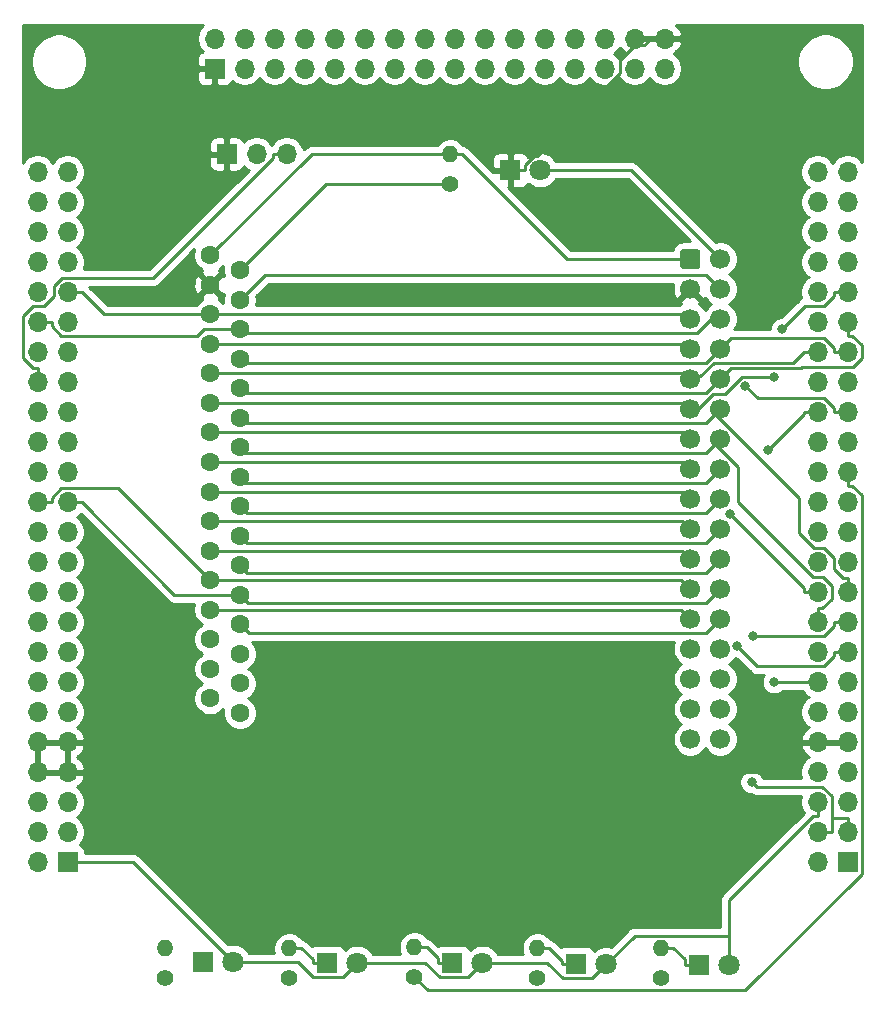
<source format=gbl>
%TF.GenerationSoftware,KiCad,Pcbnew,5.1.9+dfsg1-1*%
%TF.CreationDate,2021-12-02T21:44:04+01:00*%
%TF.ProjectId,STM32F4XX_Hat,53544d33-3246-4345-9858-5f4861742e6b,rev?*%
%TF.SameCoordinates,Original*%
%TF.FileFunction,Copper,L2,Bot*%
%TF.FilePolarity,Positive*%
%FSLAX46Y46*%
G04 Gerber Fmt 4.6, Leading zero omitted, Abs format (unit mm)*
G04 Created by KiCad (PCBNEW 5.1.9+dfsg1-1) date 2021-12-02 21:44:05*
%MOMM*%
%LPD*%
G01*
G04 APERTURE LIST*
%TA.AperFunction,ComponentPad*%
%ADD10O,1.400000X1.400000*%
%TD*%
%TA.AperFunction,ComponentPad*%
%ADD11C,1.400000*%
%TD*%
%TA.AperFunction,ComponentPad*%
%ADD12O,1.700000X1.700000*%
%TD*%
%TA.AperFunction,ComponentPad*%
%ADD13R,1.700000X1.700000*%
%TD*%
%TA.AperFunction,ComponentPad*%
%ADD14C,1.800000*%
%TD*%
%TA.AperFunction,ComponentPad*%
%ADD15R,1.800000X1.800000*%
%TD*%
%TA.AperFunction,ComponentPad*%
%ADD16C,1.700000*%
%TD*%
%TA.AperFunction,ComponentPad*%
%ADD17C,1.600000*%
%TD*%
%TA.AperFunction,ViaPad*%
%ADD18C,0.800000*%
%TD*%
%TA.AperFunction,Conductor*%
%ADD19C,0.250000*%
%TD*%
%TA.AperFunction,Conductor*%
%ADD20C,0.254000*%
%TD*%
%TA.AperFunction,Conductor*%
%ADD21C,0.100000*%
%TD*%
G04 APERTURE END LIST*
D10*
%TO.P,R6,2*%
%TO.N,Net-(D6-Pad1)*%
X166851000Y-131121000D03*
D11*
%TO.P,R6,1*%
%TO.N,/KANA*%
X166851000Y-133661000D03*
%TD*%
D10*
%TO.P,R5,2*%
%TO.N,Net-(D5-Pad1)*%
X135351000Y-131121000D03*
D11*
%TO.P,R5,1*%
%TO.N,/CAPSLK*%
X135351000Y-133661000D03*
%TD*%
D10*
%TO.P,R4,2*%
%TO.N,Net-(D4-Pad1)*%
X156351000Y-131121000D03*
D11*
%TO.P,R4,1*%
%TO.N,/COMPOSE*%
X156351000Y-133661000D03*
%TD*%
D10*
%TO.P,R3,2*%
%TO.N,Net-(D3-Pad1)*%
X145951000Y-131021000D03*
D11*
%TO.P,R3,1*%
%TO.N,/PA4*%
X145951000Y-133561000D03*
%TD*%
D10*
%TO.P,R2,2*%
%TO.N,Net-(D2-Pad1)*%
X124851000Y-131121000D03*
D11*
%TO.P,R2,1*%
%TO.N,/NUM_LK*%
X124851000Y-133661000D03*
%TD*%
D12*
%TO.P,J6,3*%
%TO.N,/PA9-TXD1*%
X135131000Y-63881000D03*
%TO.P,J6,2*%
%TO.N,/PA10-RXD1*%
X132591000Y-63881000D03*
D13*
%TO.P,J6,1*%
%TO.N,GND*%
X130051000Y-63881000D03*
%TD*%
D14*
%TO.P,D6,2*%
%TO.N,+3V3*%
X172591000Y-132561000D03*
D15*
%TO.P,D6,1*%
%TO.N,Net-(D6-Pad1)*%
X170051000Y-132561000D03*
%TD*%
D14*
%TO.P,D5,2*%
%TO.N,+3V3*%
X141091000Y-132361000D03*
D15*
%TO.P,D5,1*%
%TO.N,Net-(D5-Pad1)*%
X138551000Y-132361000D03*
%TD*%
D14*
%TO.P,D4,2*%
%TO.N,+3V3*%
X162191000Y-132461000D03*
D15*
%TO.P,D4,1*%
%TO.N,Net-(D4-Pad1)*%
X159651000Y-132461000D03*
%TD*%
D14*
%TO.P,D3,2*%
%TO.N,+3V3*%
X151691000Y-132361000D03*
D15*
%TO.P,D3,1*%
%TO.N,Net-(D3-Pad1)*%
X149151000Y-132361000D03*
%TD*%
D14*
%TO.P,D2,2*%
%TO.N,+3V3*%
X130591000Y-132261000D03*
D15*
%TO.P,D2,1*%
%TO.N,Net-(D2-Pad1)*%
X128051000Y-132261000D03*
%TD*%
%TO.P,D1,1*%
%TO.N,GND*%
X154051000Y-65261000D03*
D14*
%TO.P,D1,2*%
%TO.N,~LED*%
X156591000Y-65261000D03*
%TD*%
D13*
%TO.P,J1,1*%
%TO.N,GND*%
X129032000Y-56642000D03*
D12*
%TO.P,J1,2*%
%TO.N,Net-(J1-Pad2)*%
X129032000Y-54102000D03*
%TO.P,J1,3*%
%TO.N,Net-(J1-Pad3)*%
X131572000Y-56642000D03*
%TO.P,J1,4*%
%TO.N,Net-(J1-Pad4)*%
X131572000Y-54102000D03*
%TO.P,J1,5*%
%TO.N,Net-(J1-Pad5)*%
X134112000Y-56642000D03*
%TO.P,J1,6*%
%TO.N,Net-(J1-Pad6)*%
X134112000Y-54102000D03*
%TO.P,J1,7*%
%TO.N,Net-(J1-Pad7)*%
X136652000Y-56642000D03*
%TO.P,J1,8*%
%TO.N,Net-(J1-Pad8)*%
X136652000Y-54102000D03*
%TO.P,J1,9*%
%TO.N,Net-(J1-Pad9)*%
X139192000Y-56642000D03*
%TO.P,J1,10*%
%TO.N,Net-(J1-Pad10)*%
X139192000Y-54102000D03*
%TO.P,J1,11*%
%TO.N,Net-(J1-Pad11)*%
X141732000Y-56642000D03*
%TO.P,J1,12*%
%TO.N,Net-(J1-Pad12)*%
X141732000Y-54102000D03*
%TO.P,J1,13*%
%TO.N,Net-(J1-Pad13)*%
X144272000Y-56642000D03*
%TO.P,J1,14*%
%TO.N,Net-(J1-Pad14)*%
X144272000Y-54102000D03*
%TO.P,J1,15*%
%TO.N,Net-(J1-Pad15)*%
X146812000Y-56642000D03*
%TO.P,J1,16*%
%TO.N,Net-(J1-Pad16)*%
X146812000Y-54102000D03*
%TO.P,J1,17*%
%TO.N,Net-(J1-Pad17)*%
X149352000Y-56642000D03*
%TO.P,J1,18*%
%TO.N,Net-(J1-Pad18)*%
X149352000Y-54102000D03*
%TO.P,J1,19*%
%TO.N,Net-(J1-Pad19)*%
X151892000Y-56642000D03*
%TO.P,J1,20*%
%TO.N,Net-(J1-Pad20)*%
X151892000Y-54102000D03*
%TO.P,J1,21*%
%TO.N,Net-(J1-Pad21)*%
X154432000Y-56642000D03*
%TO.P,J1,22*%
%TO.N,Net-(J1-Pad22)*%
X154432000Y-54102000D03*
%TO.P,J1,23*%
%TO.N,Net-(J1-Pad23)*%
X156972000Y-56642000D03*
%TO.P,J1,24*%
%TO.N,Net-(J1-Pad24)*%
X156972000Y-54102000D03*
%TO.P,J1,25*%
%TO.N,Net-(J1-Pad25)*%
X159512000Y-56642000D03*
%TO.P,J1,26*%
%TO.N,Net-(J1-Pad26)*%
X159512000Y-54102000D03*
%TO.P,J1,27*%
%TO.N,Net-(J1-Pad27)*%
X162052000Y-56642000D03*
%TO.P,J1,28*%
%TO.N,Net-(J1-Pad28)*%
X162052000Y-54102000D03*
%TO.P,J1,29*%
%TO.N,Net-(J1-Pad29)*%
X164592000Y-56642000D03*
%TO.P,J1,30*%
%TO.N,GND*%
X164592000Y-54102000D03*
%TO.P,J1,31*%
%TO.N,+3V3*%
X167132000Y-56642000D03*
%TO.P,J1,32*%
%TO.N,GND*%
X167132000Y-54102000D03*
%TD*%
D13*
%TO.P,J2,1*%
%TO.N,+5V*%
X182626000Y-123825000D03*
D12*
%TO.P,J2,2*%
X180086000Y-123825000D03*
%TO.P,J2,3*%
X182626000Y-121285000D03*
%TO.P,J2,4*%
X180086000Y-121285000D03*
%TO.P,J2,5*%
%TO.N,+3V3*%
X182626000Y-118745000D03*
%TO.P,J2,6*%
X180086000Y-118745000D03*
%TO.P,J2,7*%
X182626000Y-116205000D03*
%TO.P,J2,8*%
X180086000Y-116205000D03*
%TO.P,J2,9*%
%TO.N,GND*%
X182626000Y-113665000D03*
%TO.P,J2,10*%
X180086000Y-113665000D03*
%TO.P,J2,11*%
%TO.N,/PE2*%
X182626000Y-111125000D03*
%TO.P,J2,12*%
%TO.N,/PE3*%
X180086000Y-111125000D03*
%TO.P,J2,13*%
%TO.N,/PE4*%
X182626000Y-108585000D03*
%TO.P,J2,14*%
%TO.N,IN_4*%
X180086000Y-108585000D03*
%TO.P,J2,15*%
%TO.N,IN_6*%
X182626000Y-106045000D03*
%TO.P,J2,16*%
%TO.N,/PC13*%
X180086000Y-106045000D03*
%TO.P,J2,17*%
%TO.N,OUT_1*%
X182626000Y-103505000D03*
%TO.P,J2,18*%
%TO.N,OUT_4*%
X180086000Y-103505000D03*
%TO.P,J2,19*%
%TO.N,OUT_6*%
X182626000Y-100965000D03*
%TO.P,J2,20*%
%TO.N,OUT_2*%
X180086000Y-100965000D03*
%TO.P,J2,21*%
%TO.N,/VREF-*%
X182626000Y-98425000D03*
%TO.P,J2,22*%
%TO.N,/VREF+*%
X180086000Y-98425000D03*
%TO.P,J2,23*%
%TO.N,/PA0-WK_UP*%
X182626000Y-95885000D03*
%TO.P,J2,24*%
%TO.N,/PA1*%
X180086000Y-95885000D03*
%TO.P,J2,25*%
%TO.N,/PA2*%
X182626000Y-93345000D03*
%TO.P,J2,26*%
%TO.N,/NUM_LK*%
X180086000Y-93345000D03*
%TO.P,J2,27*%
%TO.N,/PA4*%
X182626000Y-90805000D03*
%TO.P,J2,28*%
%TO.N,/COMPOSE*%
X180086000Y-90805000D03*
%TO.P,J2,29*%
%TO.N,/CAPSLK*%
X182626000Y-88265000D03*
%TO.P,J2,30*%
%TO.N,/KANA*%
X180086000Y-88265000D03*
%TO.P,J2,31*%
%TO.N,OUT_7*%
X182626000Y-85725000D03*
%TO.P,J2,32*%
%TO.N,OUT_0*%
X180086000Y-85725000D03*
%TO.P,J2,33*%
%TO.N,/PB0*%
X182626000Y-83185000D03*
%TO.P,J2,34*%
%TO.N,/PB1*%
X180086000Y-83185000D03*
%TO.P,J2,35*%
%TO.N,IN_2*%
X182626000Y-80645000D03*
%TO.P,J2,36*%
%TO.N,IN_7*%
X180086000Y-80645000D03*
%TO.P,J2,37*%
%TO.N,IN_5*%
X182626000Y-78105000D03*
%TO.P,J2,38*%
%TO.N,IN_1*%
X180086000Y-78105000D03*
%TO.P,J2,39*%
%TO.N,IN_0*%
X182626000Y-75565000D03*
%TO.P,J2,40*%
%TO.N,IN_3*%
X180086000Y-75565000D03*
%TO.P,J2,41*%
%TO.N,RSC*%
X182626000Y-73025000D03*
%TO.P,J2,42*%
%TO.N,START*%
X180086000Y-73025000D03*
%TO.P,J2,43*%
%TO.N,SELECT*%
X182626000Y-70485000D03*
%TO.P,J2,44*%
%TO.N,/PB10*%
X180086000Y-70485000D03*
%TO.P,J2,45*%
%TO.N,/PB11*%
X182626000Y-67945000D03*
%TO.P,J2,46*%
%TO.N,/PB12*%
X180086000Y-67945000D03*
%TO.P,J2,47*%
%TO.N,/PB13*%
X182626000Y-65405000D03*
%TO.P,J2,48*%
%TO.N,/PB14*%
X180086000Y-65405000D03*
%TD*%
%TO.P,J3,48*%
%TO.N,/PB15*%
X114046000Y-65405000D03*
%TO.P,J3,47*%
%TO.N,OUT_FN*%
X116586000Y-65405000D03*
%TO.P,J3,46*%
%TO.N,/PD9*%
X114046000Y-67945000D03*
%TO.P,J3,45*%
%TO.N,/PD10*%
X116586000Y-67945000D03*
%TO.P,J3,44*%
%TO.N,/PD11*%
X114046000Y-70485000D03*
%TO.P,J3,43*%
%TO.N,/PD12*%
X116586000Y-70485000D03*
%TO.P,J3,42*%
%TO.N,/PD13*%
X114046000Y-73025000D03*
%TO.P,J3,41*%
%TO.N,/PD14*%
X116586000Y-73025000D03*
%TO.P,J3,40*%
%TO.N,/PD15*%
X114046000Y-75565000D03*
%TO.P,J3,39*%
%TO.N,OUT_3*%
X116586000Y-75565000D03*
%TO.P,J3,38*%
%TO.N,OUT_5*%
X114046000Y-78105000D03*
%TO.P,J3,37*%
%TO.N,/PC8*%
X116586000Y-78105000D03*
%TO.P,J3,36*%
%TO.N,/PC9*%
X114046000Y-80645000D03*
%TO.P,J3,35*%
%TO.N,/PA8*%
X116586000Y-80645000D03*
%TO.P,J3,34*%
%TO.N,/PA9-TXD1*%
X114046000Y-83185000D03*
%TO.P,J3,33*%
%TO.N,/PA10-RXD1*%
X116586000Y-83185000D03*
%TO.P,J3,32*%
%TO.N,/PA11-USB_DM*%
X114046000Y-85725000D03*
%TO.P,J3,31*%
%TO.N,/PA12-USB_DP*%
X116586000Y-85725000D03*
%TO.P,J3,30*%
%TO.N,/PA15-TDI_SWD*%
X114046000Y-88265000D03*
%TO.P,J3,29*%
%TO.N,/PC10*%
X116586000Y-88265000D03*
%TO.P,J3,28*%
%TO.N,/PC11*%
X114046000Y-90805000D03*
%TO.P,J3,27*%
%TO.N,/PC12*%
X116586000Y-90805000D03*
%TO.P,J3,26*%
%TO.N,OPTION*%
X114046000Y-93345000D03*
%TO.P,J3,25*%
%TO.N,RESET*%
X116586000Y-93345000D03*
%TO.P,J3,24*%
%TO.N,/PD2*%
X114046000Y-95885000D03*
%TO.P,J3,23*%
%TO.N,/PD3*%
X116586000Y-95885000D03*
%TO.P,J3,22*%
%TO.N,/PD4*%
X114046000Y-98425000D03*
%TO.P,J3,21*%
%TO.N,/PD5*%
X116586000Y-98425000D03*
%TO.P,J3,20*%
%TO.N,/PD6*%
X114046000Y-100965000D03*
%TO.P,J3,19*%
%TO.N,/PD7*%
X116586000Y-100965000D03*
%TO.P,J3,18*%
%TO.N,/PB3-TDO_SWD*%
X114046000Y-103505000D03*
%TO.P,J3,17*%
%TO.N,/PB5*%
X116586000Y-103505000D03*
%TO.P,J3,16*%
%TO.N,/PB6*%
X114046000Y-106045000D03*
%TO.P,J3,15*%
%TO.N,/PB7*%
X116586000Y-106045000D03*
%TO.P,J3,14*%
%TO.N,/PB8*%
X114046000Y-108585000D03*
%TO.P,J3,13*%
%TO.N,/PB9*%
X116586000Y-108585000D03*
%TO.P,J3,12*%
%TO.N,/PE0*%
X114046000Y-111125000D03*
%TO.P,J3,11*%
%TO.N,/PE1*%
X116586000Y-111125000D03*
%TO.P,J3,10*%
%TO.N,GND*%
X114046000Y-113665000D03*
%TO.P,J3,9*%
X116586000Y-113665000D03*
%TO.P,J3,8*%
X114046000Y-116205000D03*
%TO.P,J3,7*%
X116586000Y-116205000D03*
%TO.P,J3,6*%
%TO.N,/PB2-BOOT1*%
X114046000Y-118745000D03*
%TO.P,J3,5*%
%TO.N,/BOOT0*%
X116586000Y-118745000D03*
%TO.P,J3,4*%
%TO.N,+3V3*%
X114046000Y-121285000D03*
%TO.P,J3,3*%
X116586000Y-121285000D03*
%TO.P,J3,2*%
X114046000Y-123825000D03*
D13*
%TO.P,J3,1*%
X116586000Y-123825000D03*
%TD*%
%TO.P,J4,1*%
%TO.N,+5V*%
%TA.AperFunction,ComponentPad*%
G36*
G01*
X168441000Y-73371000D02*
X168441000Y-72171000D01*
G75*
G02*
X168691000Y-71921000I250000J0D01*
G01*
X169891000Y-71921000D01*
G75*
G02*
X170141000Y-72171000I0J-250000D01*
G01*
X170141000Y-73371000D01*
G75*
G02*
X169891000Y-73621000I-250000J0D01*
G01*
X168691000Y-73621000D01*
G75*
G02*
X168441000Y-73371000I0J250000D01*
G01*
G37*
%TD.AperFunction*%
D16*
%TO.P,J4,3*%
%TO.N,GND*%
X169291000Y-75311000D03*
%TO.P,J4,5*%
%TO.N,OUT_3*%
X169291000Y-77851000D03*
%TO.P,J4,7*%
%TO.N,OUT_7*%
X169291000Y-80391000D03*
%TO.P,J4,9*%
%TO.N,IN_7*%
X169291000Y-82931000D03*
%TO.P,J4,11*%
%TO.N,IN_1*%
X169291000Y-85471000D03*
%TO.P,J4,13*%
%TO.N,OUT_1*%
X169291000Y-88011000D03*
%TO.P,J4,15*%
%TO.N,OUT_2*%
X169291000Y-90551000D03*
%TO.P,J4,17*%
%TO.N,IN_0*%
X169291000Y-93091000D03*
%TO.P,J4,19*%
%TO.N,IN_4*%
X169291000Y-95631000D03*
%TO.P,J4,21*%
%TO.N,START*%
X169291000Y-98171000D03*
%TO.P,J4,23*%
%TO.N,OPTION*%
X169291000Y-100711000D03*
%TO.P,J4,25*%
%TO.N,LSC*%
X169291000Y-103251000D03*
%TO.P,J4,27*%
%TO.N,Net-(J4-Pad27)*%
X169291000Y-105791000D03*
%TO.P,J4,29*%
%TO.N,Net-(J4-Pad29)*%
X169291000Y-108331000D03*
%TO.P,J4,31*%
%TO.N,Net-(J4-Pad31)*%
X169291000Y-110871000D03*
%TO.P,J4,33*%
%TO.N,Net-(J4-Pad33)*%
X169291000Y-113411000D03*
%TO.P,J4,2*%
%TO.N,~LED*%
X171831000Y-72771000D03*
%TO.P,J4,4*%
%TO.N,IN_6*%
X171831000Y-75311000D03*
%TO.P,J4,6*%
%TO.N,OUT_5*%
X171831000Y-77851000D03*
%TO.P,J4,8*%
%TO.N,IN_2*%
X171831000Y-80391000D03*
%TO.P,J4,10*%
%TO.N,IN_5*%
X171831000Y-82931000D03*
%TO.P,J4,12*%
%TO.N,OUT_6*%
X171831000Y-85471000D03*
%TO.P,J4,14*%
%TO.N,OUT_4*%
X171831000Y-88011000D03*
%TO.P,J4,16*%
%TO.N,IN_3*%
X171831000Y-90551000D03*
%TO.P,J4,18*%
%TO.N,OUT_0*%
X171831000Y-93091000D03*
%TO.P,J4,20*%
%TO.N,RSC*%
X171831000Y-95631000D03*
%TO.P,J4,22*%
%TO.N,SELECT*%
X171831000Y-98171000D03*
%TO.P,J4,24*%
%TO.N,RESET*%
X171831000Y-100711000D03*
%TO.P,J4,26*%
%TO.N,OUT_FN*%
X171831000Y-103251000D03*
%TO.P,J4,28*%
%TO.N,Net-(J4-Pad28)*%
X171831000Y-105791000D03*
%TO.P,J4,30*%
%TO.N,Net-(J4-Pad30)*%
X171831000Y-108331000D03*
%TO.P,J4,32*%
%TO.N,Net-(J4-Pad32)*%
X171831000Y-110871000D03*
%TO.P,J4,34*%
%TO.N,Net-(J4-Pad34)*%
X171831000Y-113411000D03*
%TD*%
D17*
%TO.P,J5,1*%
%TO.N,+5V*%
X128671000Y-72456000D03*
%TO.P,J5,2*%
%TO.N,~LED*%
X131171000Y-73706000D03*
%TO.P,J5,3*%
%TO.N,GND*%
X128671000Y-74956000D03*
%TO.P,J5,4*%
%TO.N,IN_6*%
X131171000Y-76206000D03*
%TO.P,J5,5*%
%TO.N,OUT_3*%
X128671000Y-77456000D03*
%TO.P,J5,6*%
%TO.N,OUT_5*%
X131171000Y-78706000D03*
%TO.P,J5,7*%
%TO.N,OUT_7*%
X128671000Y-79956000D03*
%TO.P,J5,8*%
%TO.N,IN_2*%
X131171000Y-81206000D03*
%TO.P,J5,9*%
%TO.N,IN_7*%
X128671000Y-82456000D03*
%TO.P,J5,10*%
%TO.N,IN_5*%
X131171000Y-83706000D03*
%TO.P,J5,11*%
%TO.N,IN_1*%
X128671000Y-84956000D03*
%TO.P,J5,12*%
%TO.N,OUT_6*%
X131171000Y-86206000D03*
%TO.P,J5,13*%
%TO.N,OUT_1*%
X128671000Y-87456000D03*
%TO.P,J5,14*%
%TO.N,OUT_4*%
X131171000Y-88706000D03*
%TO.P,J5,15*%
%TO.N,OUT_2*%
X128671000Y-89956000D03*
%TO.P,J5,16*%
%TO.N,IN_3*%
X131171000Y-91206000D03*
%TO.P,J5,17*%
%TO.N,IN_0*%
X128671000Y-92456000D03*
%TO.P,J5,18*%
%TO.N,OUT_0*%
X131171000Y-93706000D03*
%TO.P,J5,19*%
%TO.N,IN_4*%
X128671000Y-94956000D03*
%TO.P,J5,20*%
%TO.N,RSC*%
X131171000Y-96206000D03*
%TO.P,J5,21*%
%TO.N,START*%
X128671000Y-97456000D03*
%TO.P,J5,22*%
%TO.N,SELECT*%
X131171000Y-98706000D03*
%TO.P,J5,23*%
%TO.N,OPTION*%
X128671000Y-99956000D03*
%TO.P,J5,24*%
%TO.N,RESET*%
X131171000Y-101206000D03*
%TO.P,J5,25*%
%TO.N,LSC*%
X128671000Y-102456000D03*
%TO.P,J5,26*%
%TO.N,OUT_FN*%
X131171000Y-103706000D03*
%TO.P,J5,27*%
%TO.N,Net-(J5-Pad27)*%
X128671000Y-104956000D03*
%TO.P,J5,28*%
%TO.N,Net-(J5-Pad28)*%
X131171000Y-106206000D03*
%TO.P,J5,29*%
%TO.N,Net-(J5-Pad29)*%
X128671000Y-107456000D03*
%TO.P,J5,30*%
%TO.N,Net-(J5-Pad30)*%
X131171000Y-108706000D03*
%TO.P,J5,31*%
%TO.N,Net-(J5-Pad31)*%
X128671000Y-109956000D03*
%TO.P,J5,32*%
%TO.N,Net-(J5-Pad32)*%
X131171000Y-111206000D03*
%TD*%
D11*
%TO.P,R1,1*%
%TO.N,~LED*%
X148971000Y-66421000D03*
D10*
%TO.P,R1,2*%
%TO.N,+5V*%
X148971000Y-63881000D03*
%TD*%
D18*
%TO.N,+5V*%
X174492200Y-117051800D03*
%TO.N,IN_4*%
X176383800Y-108585000D03*
%TO.N,IN_6*%
X173300800Y-105572700D03*
%TO.N,OUT_1*%
X174591500Y-104721200D03*
%TO.N,OUT_2*%
X172644500Y-94388000D03*
%TO.N,OUT_7*%
X173976300Y-83502100D03*
%TO.N,OUT_0*%
X175908900Y-88898800D03*
%TO.N,IN_1*%
X176412800Y-82754300D03*
%TO.N,IN_0*%
X177057300Y-78723000D03*
%TD*%
D19*
%TO.N,GND*%
X116586000Y-116205000D02*
X117761300Y-116205000D01*
X178910700Y-113665000D02*
X176370700Y-116205000D01*
X176370700Y-116205000D02*
X117761300Y-116205000D01*
X130051000Y-63881000D02*
X130051000Y-62705700D01*
X130051000Y-62705700D02*
X129032000Y-61686700D01*
X129032000Y-61686700D02*
X129032000Y-56642000D01*
X154051000Y-65261000D02*
X155276300Y-65261000D01*
X164592000Y-54689600D02*
X163322000Y-55959600D01*
X163322000Y-55959600D02*
X163322000Y-57052200D01*
X163322000Y-57052200D02*
X156338500Y-64035700D01*
X156338500Y-64035700D02*
X156072800Y-64035700D01*
X156072800Y-64035700D02*
X155276300Y-64832200D01*
X155276300Y-64832200D02*
X155276300Y-65261000D01*
X165956700Y-54102000D02*
X165369100Y-54689600D01*
X165369100Y-54689600D02*
X164592000Y-54689600D01*
X167132000Y-54102000D02*
X165956700Y-54102000D01*
X164592000Y-54102000D02*
X164592000Y-54689600D01*
X180086000Y-113665000D02*
X178910700Y-113665000D01*
X182626000Y-113665000D02*
X180086000Y-113665000D01*
X116586000Y-116205000D02*
X114046000Y-116205000D01*
%TO.N,~LED*%
X156591000Y-65261000D02*
X164321000Y-65261000D01*
X164321000Y-65261000D02*
X171831000Y-72771000D01*
X131171000Y-73706000D02*
X138456000Y-66421000D01*
X138456000Y-66421000D02*
X148971000Y-66421000D01*
%TO.N,+3V3*%
X130591000Y-132261000D02*
X122155000Y-123825000D01*
X122155000Y-123825000D02*
X116586000Y-123825000D01*
X162191000Y-132461000D02*
X160965600Y-133686400D01*
X160965600Y-133686400D02*
X158530700Y-133686400D01*
X158530700Y-133686400D02*
X157205300Y-132361000D01*
X157205300Y-132361000D02*
X151691000Y-132361000D01*
X172591000Y-130067600D02*
X164584400Y-130067600D01*
X164584400Y-130067600D02*
X162191000Y-132461000D01*
X141091000Y-132361000D02*
X139865600Y-133586400D01*
X139865600Y-133586400D02*
X137393200Y-133586400D01*
X137393200Y-133586400D02*
X136067800Y-132261000D01*
X136067800Y-132261000D02*
X130591000Y-132261000D01*
X151691000Y-132361000D02*
X150465600Y-133586400D01*
X150465600Y-133586400D02*
X148080700Y-133586400D01*
X148080700Y-133586400D02*
X146855300Y-132361000D01*
X146855300Y-132361000D02*
X141091000Y-132361000D01*
X172591000Y-130067600D02*
X172591000Y-132561000D01*
X180086000Y-119920300D02*
X179718700Y-119920300D01*
X179718700Y-119920300D02*
X172591000Y-127048000D01*
X172591000Y-127048000D02*
X172591000Y-130067600D01*
X180086000Y-118745000D02*
X180086000Y-119920300D01*
%TO.N,+5V*%
X180086000Y-121285000D02*
X181261300Y-121285000D01*
X181271700Y-120099300D02*
X181261300Y-120109700D01*
X181261300Y-120109700D02*
X181261300Y-121285000D01*
X174492200Y-117051800D02*
X174915400Y-117475000D01*
X174915400Y-117475000D02*
X180480800Y-117475000D01*
X180480800Y-117475000D02*
X181271700Y-118265900D01*
X181271700Y-118265900D02*
X181271700Y-120099300D01*
X181271700Y-120099300D02*
X182615600Y-120099300D01*
X182615600Y-120099300D02*
X182626000Y-120109700D01*
X182626000Y-121285000D02*
X182626000Y-120109700D01*
X128671000Y-72456000D02*
X137246000Y-63881000D01*
X137246000Y-63881000D02*
X148971000Y-63881000D01*
X148971000Y-63881000D02*
X149996300Y-63881000D01*
X149996300Y-63881000D02*
X158886300Y-72771000D01*
X158886300Y-72771000D02*
X169291000Y-72771000D01*
%TO.N,IN_4*%
X178910700Y-108585000D02*
X176383800Y-108585000D01*
X180086000Y-108585000D02*
X178910700Y-108585000D01*
X128671000Y-94956000D02*
X168616000Y-94956000D01*
X168616000Y-94956000D02*
X169291000Y-95631000D01*
%TO.N,IN_6*%
X181450700Y-106045000D02*
X181450700Y-106412300D01*
X181450700Y-106412300D02*
X180607100Y-107255900D01*
X180607100Y-107255900D02*
X174984000Y-107255900D01*
X174984000Y-107255900D02*
X173300800Y-105572700D01*
X182626000Y-106045000D02*
X181450700Y-106045000D01*
X131171000Y-76206000D02*
X133282900Y-74094100D01*
X133282900Y-74094100D02*
X170614100Y-74094100D01*
X170614100Y-74094100D02*
X171831000Y-75311000D01*
%TO.N,OUT_1*%
X182626000Y-103505000D02*
X181450700Y-103505000D01*
X174591500Y-104721200D02*
X180601800Y-104721200D01*
X180601800Y-104721200D02*
X181450700Y-103872300D01*
X181450700Y-103872300D02*
X181450700Y-103505000D01*
X128671000Y-87456000D02*
X168736000Y-87456000D01*
X168736000Y-87456000D02*
X169291000Y-88011000D01*
%TO.N,OUT_4*%
X171422400Y-88419600D02*
X171831000Y-88011000D01*
X131171000Y-88706000D02*
X131651400Y-89186400D01*
X131651400Y-89186400D02*
X170655600Y-89186400D01*
X170655600Y-89186400D02*
X171422400Y-88419600D01*
X171422400Y-88419600D02*
X173369900Y-90367200D01*
X173369900Y-90367200D02*
X173369900Y-93373200D01*
X173369900Y-93373200D02*
X179725100Y-99728400D01*
X179725100Y-99728400D02*
X180533600Y-99728400D01*
X180533600Y-99728400D02*
X181261300Y-100456100D01*
X181261300Y-100456100D02*
X181261300Y-101521800D01*
X181261300Y-101521800D02*
X180453400Y-102329700D01*
X180453400Y-102329700D02*
X180086000Y-102329700D01*
X180086000Y-103505000D02*
X180086000Y-102329700D01*
%TO.N,OUT_6*%
X171418900Y-85883100D02*
X170627900Y-86674100D01*
X170627900Y-86674100D02*
X131639100Y-86674100D01*
X131639100Y-86674100D02*
X131171000Y-86206000D01*
X171831000Y-85471000D02*
X171418900Y-85883100D01*
X171418900Y-85883100D02*
X178515900Y-92980100D01*
X178515900Y-92980100D02*
X178515900Y-95977800D01*
X178515900Y-95977800D02*
X179787700Y-97249600D01*
X179787700Y-97249600D02*
X180611600Y-97249600D01*
X180611600Y-97249600D02*
X181450700Y-98088700D01*
X181450700Y-98088700D02*
X181450700Y-98981800D01*
X181450700Y-98981800D02*
X182258600Y-99789700D01*
X182258600Y-99789700D02*
X182626000Y-99789700D01*
X182626000Y-100965000D02*
X182626000Y-99789700D01*
%TO.N,OUT_2*%
X180086000Y-100965000D02*
X178910700Y-100965000D01*
X178910700Y-100965000D02*
X178910700Y-100654200D01*
X178910700Y-100654200D02*
X172644500Y-94388000D01*
X169291000Y-90551000D02*
X168696000Y-89956000D01*
X168696000Y-89956000D02*
X128671000Y-89956000D01*
%TO.N,/PA4*%
X182626000Y-90805000D02*
X182626000Y-91980300D01*
X182626000Y-91980300D02*
X182993300Y-91980300D01*
X182993300Y-91980300D02*
X183801400Y-92788400D01*
X183801400Y-92788400D02*
X183801400Y-124863700D01*
X183801400Y-124863700D02*
X173978700Y-134686400D01*
X173978700Y-134686400D02*
X147076400Y-134686400D01*
X147076400Y-134686400D02*
X145951000Y-133561000D01*
%TO.N,OUT_7*%
X181450700Y-85725000D02*
X181450700Y-85357600D01*
X181450700Y-85357600D02*
X180642800Y-84549700D01*
X180642800Y-84549700D02*
X175023900Y-84549700D01*
X175023900Y-84549700D02*
X173976300Y-83502100D01*
X182626000Y-85725000D02*
X181450700Y-85725000D01*
X128671000Y-79956000D02*
X168856000Y-79956000D01*
X168856000Y-79956000D02*
X169291000Y-80391000D01*
%TO.N,OUT_0*%
X180086000Y-85725000D02*
X178910700Y-85725000D01*
X175908900Y-88898800D02*
X178910700Y-85897000D01*
X178910700Y-85897000D02*
X178910700Y-85725000D01*
X131171000Y-93706000D02*
X131740900Y-94275900D01*
X131740900Y-94275900D02*
X170646100Y-94275900D01*
X170646100Y-94275900D02*
X171831000Y-93091000D01*
%TO.N,IN_2*%
X182626000Y-80645000D02*
X181450700Y-80645000D01*
X171831000Y-80391000D02*
X172752300Y-79469700D01*
X172752300Y-79469700D02*
X180642800Y-79469700D01*
X180642800Y-79469700D02*
X181450700Y-80277600D01*
X181450700Y-80277600D02*
X181450700Y-80645000D01*
X131171000Y-81206000D02*
X131555200Y-81590200D01*
X131555200Y-81590200D02*
X170631800Y-81590200D01*
X170631800Y-81590200D02*
X171831000Y-80391000D01*
%TO.N,IN_7*%
X178910700Y-80645000D02*
X177977000Y-81578700D01*
X177977000Y-81578700D02*
X171280200Y-81578700D01*
X171280200Y-81578700D02*
X170165400Y-82693500D01*
X170165400Y-82693500D02*
X169291000Y-82693500D01*
X128671000Y-82456000D02*
X169053500Y-82456000D01*
X169053500Y-82456000D02*
X169291000Y-82693500D01*
X169291000Y-82693500D02*
X169291000Y-82931000D01*
X180086000Y-80645000D02*
X178910700Y-80645000D01*
%TO.N,IN_5*%
X182626000Y-79280300D02*
X182993400Y-79280300D01*
X182993400Y-79280300D02*
X183801300Y-80088200D01*
X183801300Y-80088200D02*
X183801300Y-81157600D01*
X183801300Y-81157600D02*
X183043900Y-81915000D01*
X183043900Y-81915000D02*
X178760300Y-81915000D01*
X178760300Y-81915000D02*
X178646300Y-82029000D01*
X178646300Y-82029000D02*
X172733000Y-82029000D01*
X172733000Y-82029000D02*
X171831000Y-82931000D01*
X182626000Y-78105000D02*
X182626000Y-79280300D01*
X131171000Y-83706000D02*
X131593900Y-84128900D01*
X131593900Y-84128900D02*
X170633100Y-84128900D01*
X170633100Y-84128900D02*
X171831000Y-82931000D01*
%TO.N,IN_1*%
X169291000Y-85342200D02*
X169291000Y-85471000D01*
X128671000Y-84956000D02*
X168904800Y-84956000D01*
X168904800Y-84956000D02*
X169291000Y-85342200D01*
X169291000Y-85342200D02*
X170056700Y-85342200D01*
X170056700Y-85342200D02*
X171197900Y-84201000D01*
X171197900Y-84201000D02*
X172251500Y-84201000D01*
X172251500Y-84201000D02*
X173698200Y-82754300D01*
X173698200Y-82754300D02*
X176412800Y-82754300D01*
%TO.N,IN_0*%
X181450700Y-75565000D02*
X181450700Y-75932400D01*
X181450700Y-75932400D02*
X180642800Y-76740300D01*
X180642800Y-76740300D02*
X179040000Y-76740300D01*
X179040000Y-76740300D02*
X177057300Y-78723000D01*
X182626000Y-75565000D02*
X181450700Y-75565000D01*
X128671000Y-92456000D02*
X168656000Y-92456000D01*
X168656000Y-92456000D02*
X169291000Y-93091000D01*
%TO.N,IN_3*%
X131171000Y-91206000D02*
X131709100Y-91744100D01*
X131709100Y-91744100D02*
X170637900Y-91744100D01*
X170637900Y-91744100D02*
X171831000Y-90551000D01*
%TO.N,RSC*%
X171831000Y-95631000D02*
X170655600Y-96806400D01*
X170655600Y-96806400D02*
X131771400Y-96806400D01*
X131771400Y-96806400D02*
X131171000Y-96206000D01*
%TO.N,START*%
X128671000Y-97456000D02*
X168576000Y-97456000D01*
X168576000Y-97456000D02*
X169291000Y-98171000D01*
%TO.N,SELECT*%
X131171000Y-98706000D02*
X131814100Y-99349100D01*
X131814100Y-99349100D02*
X170652900Y-99349100D01*
X170652900Y-99349100D02*
X171831000Y-98171000D01*
%TO.N,OUT_FN*%
X131171000Y-103706000D02*
X131935100Y-104470100D01*
X131935100Y-104470100D02*
X170611900Y-104470100D01*
X170611900Y-104470100D02*
X171831000Y-103251000D01*
%TO.N,OUT_3*%
X169291000Y-77851000D02*
X168896000Y-77456000D01*
X168896000Y-77456000D02*
X128671000Y-77456000D01*
X116586000Y-75565000D02*
X117761300Y-75565000D01*
X128671000Y-77456000D02*
X119652300Y-77456000D01*
X119652300Y-77456000D02*
X117761300Y-75565000D01*
%TO.N,OUT_5*%
X171831000Y-77851000D02*
X171035500Y-77851000D01*
X171035500Y-77851000D02*
X169849600Y-79036900D01*
X169849600Y-79036900D02*
X131501900Y-79036900D01*
X131501900Y-79036900D02*
X131171000Y-78706000D01*
X131171000Y-78706000D02*
X128120000Y-78706000D01*
X128120000Y-78706000D02*
X127545700Y-79280300D01*
X127545700Y-79280300D02*
X116029200Y-79280300D01*
X116029200Y-79280300D02*
X115221300Y-78472400D01*
X115221300Y-78472400D02*
X115221300Y-78105000D01*
X114046000Y-78105000D02*
X115221300Y-78105000D01*
%TO.N,/PA9-TXD1*%
X135131000Y-63881000D02*
X133955700Y-63881000D01*
X114046000Y-83185000D02*
X114046000Y-82009700D01*
X114046000Y-82009700D02*
X113678700Y-82009700D01*
X113678700Y-82009700D02*
X112842100Y-81173100D01*
X112842100Y-81173100D02*
X112842100Y-77579900D01*
X112842100Y-77579900D02*
X113681600Y-76740400D01*
X113681600Y-76740400D02*
X114571600Y-76740400D01*
X114571600Y-76740400D02*
X115410600Y-75901400D01*
X115410600Y-75901400D02*
X115410600Y-75039400D01*
X115410600Y-75039400D02*
X116070800Y-74379200D01*
X116070800Y-74379200D02*
X123824800Y-74379200D01*
X123824800Y-74379200D02*
X133955700Y-64248300D01*
X133955700Y-64248300D02*
X133955700Y-63881000D01*
%TO.N,OPTION*%
X128671000Y-99956000D02*
X120884700Y-92169700D01*
X120884700Y-92169700D02*
X116029200Y-92169700D01*
X116029200Y-92169700D02*
X115221300Y-92977600D01*
X115221300Y-92977600D02*
X115221300Y-93345000D01*
X169291000Y-100711000D02*
X168536000Y-99956000D01*
X168536000Y-99956000D02*
X128671000Y-99956000D01*
X114046000Y-93345000D02*
X115221300Y-93345000D01*
%TO.N,RESET*%
X116586000Y-93345000D02*
X117761300Y-93345000D01*
X131171000Y-101206000D02*
X131861600Y-101896600D01*
X131861600Y-101896600D02*
X170645400Y-101896600D01*
X170645400Y-101896600D02*
X171831000Y-100711000D01*
X131171000Y-101206000D02*
X125622300Y-101206000D01*
X125622300Y-101206000D02*
X117761300Y-93345000D01*
%TO.N,LSC*%
X128671000Y-102456000D02*
X168496000Y-102456000D01*
X168496000Y-102456000D02*
X169291000Y-103251000D01*
%TO.N,Net-(D3-Pad1)*%
X149151000Y-132361000D02*
X147925700Y-132361000D01*
X145951000Y-131021000D02*
X146976300Y-131021000D01*
X147925700Y-132361000D02*
X147925700Y-131970400D01*
X147925700Y-131970400D02*
X146976300Y-131021000D01*
%TO.N,Net-(D4-Pad1)*%
X159651000Y-132461000D02*
X158425700Y-132461000D01*
X156351000Y-131121000D02*
X157376300Y-131121000D01*
X158425700Y-132461000D02*
X158425700Y-132170400D01*
X158425700Y-132170400D02*
X157376300Y-131121000D01*
%TO.N,Net-(D5-Pad1)*%
X138551000Y-132361000D02*
X137325700Y-132361000D01*
X135351000Y-131121000D02*
X136376300Y-131121000D01*
X137325700Y-132361000D02*
X137325700Y-132070400D01*
X137325700Y-132070400D02*
X136376300Y-131121000D01*
%TO.N,Net-(D6-Pad1)*%
X170051000Y-132561000D02*
X168825700Y-132561000D01*
X166851000Y-131121000D02*
X167876300Y-131121000D01*
X168825700Y-132561000D02*
X168825700Y-132070400D01*
X168825700Y-132070400D02*
X167876300Y-131121000D01*
%TD*%
D20*
%TO.N,GND*%
X125058500Y-101717002D02*
X125082299Y-101746001D01*
X125198024Y-101840974D01*
X125330053Y-101911546D01*
X125473314Y-101955003D01*
X125584967Y-101966000D01*
X125584977Y-101966000D01*
X125622300Y-101969676D01*
X125659623Y-101966000D01*
X127320733Y-101966000D01*
X127291147Y-102037426D01*
X127236000Y-102314665D01*
X127236000Y-102597335D01*
X127291147Y-102874574D01*
X127399320Y-103135727D01*
X127556363Y-103370759D01*
X127756241Y-103570637D01*
X127958827Y-103706000D01*
X127756241Y-103841363D01*
X127556363Y-104041241D01*
X127399320Y-104276273D01*
X127291147Y-104537426D01*
X127236000Y-104814665D01*
X127236000Y-105097335D01*
X127291147Y-105374574D01*
X127399320Y-105635727D01*
X127556363Y-105870759D01*
X127756241Y-106070637D01*
X127958827Y-106206000D01*
X127756241Y-106341363D01*
X127556363Y-106541241D01*
X127399320Y-106776273D01*
X127291147Y-107037426D01*
X127236000Y-107314665D01*
X127236000Y-107597335D01*
X127291147Y-107874574D01*
X127399320Y-108135727D01*
X127556363Y-108370759D01*
X127756241Y-108570637D01*
X127958827Y-108706000D01*
X127756241Y-108841363D01*
X127556363Y-109041241D01*
X127399320Y-109276273D01*
X127291147Y-109537426D01*
X127236000Y-109814665D01*
X127236000Y-110097335D01*
X127291147Y-110374574D01*
X127399320Y-110635727D01*
X127556363Y-110870759D01*
X127756241Y-111070637D01*
X127991273Y-111227680D01*
X128252426Y-111335853D01*
X128529665Y-111391000D01*
X128812335Y-111391000D01*
X129089574Y-111335853D01*
X129350727Y-111227680D01*
X129585759Y-111070637D01*
X129771823Y-110884573D01*
X129736000Y-111064665D01*
X129736000Y-111347335D01*
X129791147Y-111624574D01*
X129899320Y-111885727D01*
X130056363Y-112120759D01*
X130256241Y-112320637D01*
X130491273Y-112477680D01*
X130752426Y-112585853D01*
X131029665Y-112641000D01*
X131312335Y-112641000D01*
X131589574Y-112585853D01*
X131850727Y-112477680D01*
X132085759Y-112320637D01*
X132285637Y-112120759D01*
X132442680Y-111885727D01*
X132550853Y-111624574D01*
X132606000Y-111347335D01*
X132606000Y-111064665D01*
X132550853Y-110787426D01*
X132442680Y-110526273D01*
X132285637Y-110291241D01*
X132085759Y-110091363D01*
X131883173Y-109956000D01*
X132085759Y-109820637D01*
X132285637Y-109620759D01*
X132442680Y-109385727D01*
X132550853Y-109124574D01*
X132606000Y-108847335D01*
X132606000Y-108564665D01*
X132550853Y-108287426D01*
X132442680Y-108026273D01*
X132285637Y-107791241D01*
X132085759Y-107591363D01*
X131883173Y-107456000D01*
X132085759Y-107320637D01*
X132285637Y-107120759D01*
X132442680Y-106885727D01*
X132550853Y-106624574D01*
X132606000Y-106347335D01*
X132606000Y-106064665D01*
X132550853Y-105787426D01*
X132442680Y-105526273D01*
X132285637Y-105291241D01*
X132224496Y-105230100D01*
X167915980Y-105230100D01*
X167863068Y-105357842D01*
X167806000Y-105644740D01*
X167806000Y-105937260D01*
X167863068Y-106224158D01*
X167975010Y-106494411D01*
X168137525Y-106737632D01*
X168344368Y-106944475D01*
X168518760Y-107061000D01*
X168344368Y-107177525D01*
X168137525Y-107384368D01*
X167975010Y-107627589D01*
X167863068Y-107897842D01*
X167806000Y-108184740D01*
X167806000Y-108477260D01*
X167863068Y-108764158D01*
X167975010Y-109034411D01*
X168137525Y-109277632D01*
X168344368Y-109484475D01*
X168518760Y-109601000D01*
X168344368Y-109717525D01*
X168137525Y-109924368D01*
X167975010Y-110167589D01*
X167863068Y-110437842D01*
X167806000Y-110724740D01*
X167806000Y-111017260D01*
X167863068Y-111304158D01*
X167975010Y-111574411D01*
X168137525Y-111817632D01*
X168344368Y-112024475D01*
X168518760Y-112141000D01*
X168344368Y-112257525D01*
X168137525Y-112464368D01*
X167975010Y-112707589D01*
X167863068Y-112977842D01*
X167806000Y-113264740D01*
X167806000Y-113557260D01*
X167863068Y-113844158D01*
X167975010Y-114114411D01*
X168137525Y-114357632D01*
X168344368Y-114564475D01*
X168587589Y-114726990D01*
X168857842Y-114838932D01*
X169144740Y-114896000D01*
X169437260Y-114896000D01*
X169724158Y-114838932D01*
X169994411Y-114726990D01*
X170237632Y-114564475D01*
X170444475Y-114357632D01*
X170561000Y-114183240D01*
X170677525Y-114357632D01*
X170884368Y-114564475D01*
X171127589Y-114726990D01*
X171397842Y-114838932D01*
X171684740Y-114896000D01*
X171977260Y-114896000D01*
X172264158Y-114838932D01*
X172534411Y-114726990D01*
X172777632Y-114564475D01*
X172984475Y-114357632D01*
X173146990Y-114114411D01*
X173258932Y-113844158D01*
X173316000Y-113557260D01*
X173316000Y-113264740D01*
X173258932Y-112977842D01*
X173146990Y-112707589D01*
X172984475Y-112464368D01*
X172777632Y-112257525D01*
X172603240Y-112141000D01*
X172777632Y-112024475D01*
X172984475Y-111817632D01*
X173146990Y-111574411D01*
X173258932Y-111304158D01*
X173316000Y-111017260D01*
X173316000Y-110724740D01*
X173258932Y-110437842D01*
X173146990Y-110167589D01*
X172984475Y-109924368D01*
X172777632Y-109717525D01*
X172603240Y-109601000D01*
X172777632Y-109484475D01*
X172984475Y-109277632D01*
X173146990Y-109034411D01*
X173258932Y-108764158D01*
X173316000Y-108477260D01*
X173316000Y-108184740D01*
X173258932Y-107897842D01*
X173146990Y-107627589D01*
X172984475Y-107384368D01*
X172777632Y-107177525D01*
X172603240Y-107061000D01*
X172777632Y-106944475D01*
X172984475Y-106737632D01*
X173086259Y-106585302D01*
X173198861Y-106607700D01*
X173260999Y-106607700D01*
X174420201Y-107766903D01*
X174443999Y-107795901D01*
X174559724Y-107890874D01*
X174691753Y-107961446D01*
X174835014Y-108004903D01*
X174946667Y-108015900D01*
X174946676Y-108015900D01*
X174983999Y-108019576D01*
X175021322Y-108015900D01*
X175519277Y-108015900D01*
X175466595Y-108094744D01*
X175388574Y-108283102D01*
X175348800Y-108483061D01*
X175348800Y-108686939D01*
X175388574Y-108886898D01*
X175466595Y-109075256D01*
X175579863Y-109244774D01*
X175724026Y-109388937D01*
X175893544Y-109502205D01*
X176081902Y-109580226D01*
X176281861Y-109620000D01*
X176485739Y-109620000D01*
X176685698Y-109580226D01*
X176874056Y-109502205D01*
X177043574Y-109388937D01*
X177087511Y-109345000D01*
X178807822Y-109345000D01*
X178932525Y-109531632D01*
X179139368Y-109738475D01*
X179313760Y-109855000D01*
X179139368Y-109971525D01*
X178932525Y-110178368D01*
X178770010Y-110421589D01*
X178658068Y-110691842D01*
X178601000Y-110978740D01*
X178601000Y-111271260D01*
X178658068Y-111558158D01*
X178770010Y-111828411D01*
X178932525Y-112071632D01*
X179139368Y-112278475D01*
X179321534Y-112400195D01*
X179204645Y-112469822D01*
X178988412Y-112664731D01*
X178814359Y-112898080D01*
X178689175Y-113160901D01*
X178644524Y-113308110D01*
X178765845Y-113538000D01*
X179959000Y-113538000D01*
X179959000Y-113518000D01*
X180213000Y-113518000D01*
X180213000Y-113538000D01*
X182499000Y-113538000D01*
X182499000Y-113518000D01*
X182753000Y-113518000D01*
X182753000Y-113538000D01*
X182773000Y-113538000D01*
X182773000Y-113792000D01*
X182753000Y-113792000D01*
X182753000Y-113812000D01*
X182499000Y-113812000D01*
X182499000Y-113792000D01*
X180213000Y-113792000D01*
X180213000Y-113812000D01*
X179959000Y-113812000D01*
X179959000Y-113792000D01*
X178765845Y-113792000D01*
X178644524Y-114021890D01*
X178689175Y-114169099D01*
X178814359Y-114431920D01*
X178988412Y-114665269D01*
X179204645Y-114860178D01*
X179321534Y-114929805D01*
X179139368Y-115051525D01*
X178932525Y-115258368D01*
X178770010Y-115501589D01*
X178658068Y-115771842D01*
X178601000Y-116058740D01*
X178601000Y-116351260D01*
X178658068Y-116638158D01*
X178689897Y-116715000D01*
X175472969Y-116715000D01*
X175409405Y-116561544D01*
X175296137Y-116392026D01*
X175151974Y-116247863D01*
X174982456Y-116134595D01*
X174794098Y-116056574D01*
X174594139Y-116016800D01*
X174390261Y-116016800D01*
X174190302Y-116056574D01*
X174001944Y-116134595D01*
X173832426Y-116247863D01*
X173688263Y-116392026D01*
X173574995Y-116561544D01*
X173496974Y-116749902D01*
X173457200Y-116949861D01*
X173457200Y-117153739D01*
X173496974Y-117353698D01*
X173574995Y-117542056D01*
X173688263Y-117711574D01*
X173832426Y-117855737D01*
X174001944Y-117969005D01*
X174190302Y-118047026D01*
X174390261Y-118086800D01*
X174462886Y-118086800D01*
X174491124Y-118109974D01*
X174623153Y-118180546D01*
X174766414Y-118224003D01*
X174878067Y-118235000D01*
X174878076Y-118235000D01*
X174915399Y-118238676D01*
X174952722Y-118235000D01*
X178689897Y-118235000D01*
X178658068Y-118311842D01*
X178601000Y-118598740D01*
X178601000Y-118891260D01*
X178658068Y-119178158D01*
X178770010Y-119448411D01*
X178908509Y-119655689D01*
X172080003Y-126484196D01*
X172050999Y-126507999D01*
X171995871Y-126575174D01*
X171956026Y-126623724D01*
X171885455Y-126755753D01*
X171885454Y-126755754D01*
X171841997Y-126899015D01*
X171831000Y-127010668D01*
X171831000Y-127010678D01*
X171827324Y-127048000D01*
X171831000Y-127085323D01*
X171831001Y-129307600D01*
X164621725Y-129307600D01*
X164584400Y-129303924D01*
X164547075Y-129307600D01*
X164547067Y-129307600D01*
X164435414Y-129318597D01*
X164292153Y-129362054D01*
X164160124Y-129432626D01*
X164044399Y-129527599D01*
X164020601Y-129556597D01*
X162599930Y-130977269D01*
X162342184Y-130926000D01*
X162039816Y-130926000D01*
X161743257Y-130984989D01*
X161463905Y-131100701D01*
X161212495Y-131268688D01*
X161146056Y-131335127D01*
X161140502Y-131316820D01*
X161081537Y-131206506D01*
X161002185Y-131109815D01*
X160905494Y-131030463D01*
X160795180Y-130971498D01*
X160675482Y-130935188D01*
X160551000Y-130922928D01*
X158751000Y-130922928D01*
X158626518Y-130935188D01*
X158506820Y-130971498D01*
X158396506Y-131030463D01*
X158376765Y-131046664D01*
X157940104Y-130610002D01*
X157916301Y-130580999D01*
X157800576Y-130486026D01*
X157668547Y-130415454D01*
X157525286Y-130371997D01*
X157451250Y-130364705D01*
X157387962Y-130269987D01*
X157202013Y-130084038D01*
X156983359Y-129937939D01*
X156740405Y-129837304D01*
X156482486Y-129786000D01*
X156219514Y-129786000D01*
X155961595Y-129837304D01*
X155718641Y-129937939D01*
X155499987Y-130084038D01*
X155314038Y-130269987D01*
X155167939Y-130488641D01*
X155067304Y-130731595D01*
X155016000Y-130989514D01*
X155016000Y-131252486D01*
X155067304Y-131510405D01*
X155104830Y-131601000D01*
X153029313Y-131601000D01*
X152883312Y-131382495D01*
X152669505Y-131168688D01*
X152418095Y-131000701D01*
X152138743Y-130884989D01*
X151842184Y-130826000D01*
X151539816Y-130826000D01*
X151243257Y-130884989D01*
X150963905Y-131000701D01*
X150712495Y-131168688D01*
X150646056Y-131235127D01*
X150640502Y-131216820D01*
X150581537Y-131106506D01*
X150502185Y-131009815D01*
X150405494Y-130930463D01*
X150295180Y-130871498D01*
X150175482Y-130835188D01*
X150051000Y-130822928D01*
X148251000Y-130822928D01*
X148126518Y-130835188D01*
X148006820Y-130871498D01*
X147938251Y-130908150D01*
X147540104Y-130510002D01*
X147516301Y-130480999D01*
X147400576Y-130386026D01*
X147268547Y-130315454D01*
X147125286Y-130271997D01*
X147051250Y-130264705D01*
X146987962Y-130169987D01*
X146802013Y-129984038D01*
X146583359Y-129837939D01*
X146340405Y-129737304D01*
X146082486Y-129686000D01*
X145819514Y-129686000D01*
X145561595Y-129737304D01*
X145318641Y-129837939D01*
X145099987Y-129984038D01*
X144914038Y-130169987D01*
X144767939Y-130388641D01*
X144667304Y-130631595D01*
X144616000Y-130889514D01*
X144616000Y-131152486D01*
X144667304Y-131410405D01*
X144746251Y-131601000D01*
X142429313Y-131601000D01*
X142283312Y-131382495D01*
X142069505Y-131168688D01*
X141818095Y-131000701D01*
X141538743Y-130884989D01*
X141242184Y-130826000D01*
X140939816Y-130826000D01*
X140643257Y-130884989D01*
X140363905Y-131000701D01*
X140112495Y-131168688D01*
X140046056Y-131235127D01*
X140040502Y-131216820D01*
X139981537Y-131106506D01*
X139902185Y-131009815D01*
X139805494Y-130930463D01*
X139695180Y-130871498D01*
X139575482Y-130835188D01*
X139451000Y-130822928D01*
X137651000Y-130822928D01*
X137526518Y-130835188D01*
X137406820Y-130871498D01*
X137296506Y-130930463D01*
X137276765Y-130946664D01*
X136940104Y-130610002D01*
X136916301Y-130580999D01*
X136800576Y-130486026D01*
X136668547Y-130415454D01*
X136525286Y-130371997D01*
X136451250Y-130364705D01*
X136387962Y-130269987D01*
X136202013Y-130084038D01*
X135983359Y-129937939D01*
X135740405Y-129837304D01*
X135482486Y-129786000D01*
X135219514Y-129786000D01*
X134961595Y-129837304D01*
X134718641Y-129937939D01*
X134499987Y-130084038D01*
X134314038Y-130269987D01*
X134167939Y-130488641D01*
X134067304Y-130731595D01*
X134016000Y-130989514D01*
X134016000Y-131252486D01*
X134065433Y-131501000D01*
X131929313Y-131501000D01*
X131783312Y-131282495D01*
X131569505Y-131068688D01*
X131318095Y-130900701D01*
X131038743Y-130784989D01*
X130742184Y-130726000D01*
X130439816Y-130726000D01*
X130182070Y-130777269D01*
X122718804Y-123314003D01*
X122695001Y-123284999D01*
X122579276Y-123190026D01*
X122447247Y-123119454D01*
X122303986Y-123075997D01*
X122192333Y-123065000D01*
X122192322Y-123065000D01*
X122155000Y-123061324D01*
X122117678Y-123065000D01*
X118074072Y-123065000D01*
X118074072Y-122975000D01*
X118061812Y-122850518D01*
X118025502Y-122730820D01*
X117966537Y-122620506D01*
X117887185Y-122523815D01*
X117790494Y-122444463D01*
X117680180Y-122385498D01*
X117607620Y-122363487D01*
X117739475Y-122231632D01*
X117901990Y-121988411D01*
X118013932Y-121718158D01*
X118071000Y-121431260D01*
X118071000Y-121138740D01*
X118013932Y-120851842D01*
X117901990Y-120581589D01*
X117739475Y-120338368D01*
X117532632Y-120131525D01*
X117358240Y-120015000D01*
X117532632Y-119898475D01*
X117739475Y-119691632D01*
X117901990Y-119448411D01*
X118013932Y-119178158D01*
X118071000Y-118891260D01*
X118071000Y-118598740D01*
X118013932Y-118311842D01*
X117901990Y-118041589D01*
X117739475Y-117798368D01*
X117532632Y-117591525D01*
X117350466Y-117469805D01*
X117467355Y-117400178D01*
X117683588Y-117205269D01*
X117857641Y-116971920D01*
X117982825Y-116709099D01*
X118027476Y-116561890D01*
X117906155Y-116332000D01*
X116713000Y-116332000D01*
X116713000Y-116352000D01*
X116459000Y-116352000D01*
X116459000Y-116332000D01*
X114173000Y-116332000D01*
X114173000Y-116352000D01*
X113919000Y-116352000D01*
X113919000Y-116332000D01*
X113899000Y-116332000D01*
X113899000Y-116078000D01*
X113919000Y-116078000D01*
X113919000Y-113792000D01*
X114173000Y-113792000D01*
X114173000Y-116078000D01*
X116459000Y-116078000D01*
X116459000Y-113792000D01*
X116713000Y-113792000D01*
X116713000Y-116078000D01*
X117906155Y-116078000D01*
X118027476Y-115848110D01*
X117982825Y-115700901D01*
X117857641Y-115438080D01*
X117683588Y-115204731D01*
X117467355Y-115009822D01*
X117341745Y-114935000D01*
X117467355Y-114860178D01*
X117683588Y-114665269D01*
X117857641Y-114431920D01*
X117982825Y-114169099D01*
X118027476Y-114021890D01*
X117906155Y-113792000D01*
X116713000Y-113792000D01*
X116459000Y-113792000D01*
X114173000Y-113792000D01*
X113919000Y-113792000D01*
X113899000Y-113792000D01*
X113899000Y-113538000D01*
X113919000Y-113538000D01*
X113919000Y-113518000D01*
X114173000Y-113518000D01*
X114173000Y-113538000D01*
X116459000Y-113538000D01*
X116459000Y-113518000D01*
X116713000Y-113518000D01*
X116713000Y-113538000D01*
X117906155Y-113538000D01*
X118027476Y-113308110D01*
X117982825Y-113160901D01*
X117857641Y-112898080D01*
X117683588Y-112664731D01*
X117467355Y-112469822D01*
X117350466Y-112400195D01*
X117532632Y-112278475D01*
X117739475Y-112071632D01*
X117901990Y-111828411D01*
X118013932Y-111558158D01*
X118071000Y-111271260D01*
X118071000Y-110978740D01*
X118013932Y-110691842D01*
X117901990Y-110421589D01*
X117739475Y-110178368D01*
X117532632Y-109971525D01*
X117358240Y-109855000D01*
X117532632Y-109738475D01*
X117739475Y-109531632D01*
X117901990Y-109288411D01*
X118013932Y-109018158D01*
X118071000Y-108731260D01*
X118071000Y-108438740D01*
X118013932Y-108151842D01*
X117901990Y-107881589D01*
X117739475Y-107638368D01*
X117532632Y-107431525D01*
X117358240Y-107315000D01*
X117532632Y-107198475D01*
X117739475Y-106991632D01*
X117901990Y-106748411D01*
X118013932Y-106478158D01*
X118071000Y-106191260D01*
X118071000Y-105898740D01*
X118013932Y-105611842D01*
X117901990Y-105341589D01*
X117739475Y-105098368D01*
X117532632Y-104891525D01*
X117358240Y-104775000D01*
X117532632Y-104658475D01*
X117739475Y-104451632D01*
X117901990Y-104208411D01*
X118013932Y-103938158D01*
X118071000Y-103651260D01*
X118071000Y-103358740D01*
X118013932Y-103071842D01*
X117901990Y-102801589D01*
X117739475Y-102558368D01*
X117532632Y-102351525D01*
X117358240Y-102235000D01*
X117532632Y-102118475D01*
X117739475Y-101911632D01*
X117901990Y-101668411D01*
X118013932Y-101398158D01*
X118071000Y-101111260D01*
X118071000Y-100818740D01*
X118013932Y-100531842D01*
X117901990Y-100261589D01*
X117739475Y-100018368D01*
X117532632Y-99811525D01*
X117358240Y-99695000D01*
X117532632Y-99578475D01*
X117739475Y-99371632D01*
X117901990Y-99128411D01*
X118013932Y-98858158D01*
X118071000Y-98571260D01*
X118071000Y-98278740D01*
X118013932Y-97991842D01*
X117901990Y-97721589D01*
X117739475Y-97478368D01*
X117532632Y-97271525D01*
X117358240Y-97155000D01*
X117532632Y-97038475D01*
X117739475Y-96831632D01*
X117901990Y-96588411D01*
X118013932Y-96318158D01*
X118071000Y-96031260D01*
X118071000Y-95738740D01*
X118013932Y-95451842D01*
X117901990Y-95181589D01*
X117739475Y-94938368D01*
X117532632Y-94731525D01*
X117358240Y-94615000D01*
X117532632Y-94498475D01*
X117686303Y-94344804D01*
X125058500Y-101717002D01*
%TA.AperFunction,Conductor*%
D21*
G36*
X125058500Y-101717002D02*
G01*
X125082299Y-101746001D01*
X125198024Y-101840974D01*
X125330053Y-101911546D01*
X125473314Y-101955003D01*
X125584967Y-101966000D01*
X125584977Y-101966000D01*
X125622300Y-101969676D01*
X125659623Y-101966000D01*
X127320733Y-101966000D01*
X127291147Y-102037426D01*
X127236000Y-102314665D01*
X127236000Y-102597335D01*
X127291147Y-102874574D01*
X127399320Y-103135727D01*
X127556363Y-103370759D01*
X127756241Y-103570637D01*
X127958827Y-103706000D01*
X127756241Y-103841363D01*
X127556363Y-104041241D01*
X127399320Y-104276273D01*
X127291147Y-104537426D01*
X127236000Y-104814665D01*
X127236000Y-105097335D01*
X127291147Y-105374574D01*
X127399320Y-105635727D01*
X127556363Y-105870759D01*
X127756241Y-106070637D01*
X127958827Y-106206000D01*
X127756241Y-106341363D01*
X127556363Y-106541241D01*
X127399320Y-106776273D01*
X127291147Y-107037426D01*
X127236000Y-107314665D01*
X127236000Y-107597335D01*
X127291147Y-107874574D01*
X127399320Y-108135727D01*
X127556363Y-108370759D01*
X127756241Y-108570637D01*
X127958827Y-108706000D01*
X127756241Y-108841363D01*
X127556363Y-109041241D01*
X127399320Y-109276273D01*
X127291147Y-109537426D01*
X127236000Y-109814665D01*
X127236000Y-110097335D01*
X127291147Y-110374574D01*
X127399320Y-110635727D01*
X127556363Y-110870759D01*
X127756241Y-111070637D01*
X127991273Y-111227680D01*
X128252426Y-111335853D01*
X128529665Y-111391000D01*
X128812335Y-111391000D01*
X129089574Y-111335853D01*
X129350727Y-111227680D01*
X129585759Y-111070637D01*
X129771823Y-110884573D01*
X129736000Y-111064665D01*
X129736000Y-111347335D01*
X129791147Y-111624574D01*
X129899320Y-111885727D01*
X130056363Y-112120759D01*
X130256241Y-112320637D01*
X130491273Y-112477680D01*
X130752426Y-112585853D01*
X131029665Y-112641000D01*
X131312335Y-112641000D01*
X131589574Y-112585853D01*
X131850727Y-112477680D01*
X132085759Y-112320637D01*
X132285637Y-112120759D01*
X132442680Y-111885727D01*
X132550853Y-111624574D01*
X132606000Y-111347335D01*
X132606000Y-111064665D01*
X132550853Y-110787426D01*
X132442680Y-110526273D01*
X132285637Y-110291241D01*
X132085759Y-110091363D01*
X131883173Y-109956000D01*
X132085759Y-109820637D01*
X132285637Y-109620759D01*
X132442680Y-109385727D01*
X132550853Y-109124574D01*
X132606000Y-108847335D01*
X132606000Y-108564665D01*
X132550853Y-108287426D01*
X132442680Y-108026273D01*
X132285637Y-107791241D01*
X132085759Y-107591363D01*
X131883173Y-107456000D01*
X132085759Y-107320637D01*
X132285637Y-107120759D01*
X132442680Y-106885727D01*
X132550853Y-106624574D01*
X132606000Y-106347335D01*
X132606000Y-106064665D01*
X132550853Y-105787426D01*
X132442680Y-105526273D01*
X132285637Y-105291241D01*
X132224496Y-105230100D01*
X167915980Y-105230100D01*
X167863068Y-105357842D01*
X167806000Y-105644740D01*
X167806000Y-105937260D01*
X167863068Y-106224158D01*
X167975010Y-106494411D01*
X168137525Y-106737632D01*
X168344368Y-106944475D01*
X168518760Y-107061000D01*
X168344368Y-107177525D01*
X168137525Y-107384368D01*
X167975010Y-107627589D01*
X167863068Y-107897842D01*
X167806000Y-108184740D01*
X167806000Y-108477260D01*
X167863068Y-108764158D01*
X167975010Y-109034411D01*
X168137525Y-109277632D01*
X168344368Y-109484475D01*
X168518760Y-109601000D01*
X168344368Y-109717525D01*
X168137525Y-109924368D01*
X167975010Y-110167589D01*
X167863068Y-110437842D01*
X167806000Y-110724740D01*
X167806000Y-111017260D01*
X167863068Y-111304158D01*
X167975010Y-111574411D01*
X168137525Y-111817632D01*
X168344368Y-112024475D01*
X168518760Y-112141000D01*
X168344368Y-112257525D01*
X168137525Y-112464368D01*
X167975010Y-112707589D01*
X167863068Y-112977842D01*
X167806000Y-113264740D01*
X167806000Y-113557260D01*
X167863068Y-113844158D01*
X167975010Y-114114411D01*
X168137525Y-114357632D01*
X168344368Y-114564475D01*
X168587589Y-114726990D01*
X168857842Y-114838932D01*
X169144740Y-114896000D01*
X169437260Y-114896000D01*
X169724158Y-114838932D01*
X169994411Y-114726990D01*
X170237632Y-114564475D01*
X170444475Y-114357632D01*
X170561000Y-114183240D01*
X170677525Y-114357632D01*
X170884368Y-114564475D01*
X171127589Y-114726990D01*
X171397842Y-114838932D01*
X171684740Y-114896000D01*
X171977260Y-114896000D01*
X172264158Y-114838932D01*
X172534411Y-114726990D01*
X172777632Y-114564475D01*
X172984475Y-114357632D01*
X173146990Y-114114411D01*
X173258932Y-113844158D01*
X173316000Y-113557260D01*
X173316000Y-113264740D01*
X173258932Y-112977842D01*
X173146990Y-112707589D01*
X172984475Y-112464368D01*
X172777632Y-112257525D01*
X172603240Y-112141000D01*
X172777632Y-112024475D01*
X172984475Y-111817632D01*
X173146990Y-111574411D01*
X173258932Y-111304158D01*
X173316000Y-111017260D01*
X173316000Y-110724740D01*
X173258932Y-110437842D01*
X173146990Y-110167589D01*
X172984475Y-109924368D01*
X172777632Y-109717525D01*
X172603240Y-109601000D01*
X172777632Y-109484475D01*
X172984475Y-109277632D01*
X173146990Y-109034411D01*
X173258932Y-108764158D01*
X173316000Y-108477260D01*
X173316000Y-108184740D01*
X173258932Y-107897842D01*
X173146990Y-107627589D01*
X172984475Y-107384368D01*
X172777632Y-107177525D01*
X172603240Y-107061000D01*
X172777632Y-106944475D01*
X172984475Y-106737632D01*
X173086259Y-106585302D01*
X173198861Y-106607700D01*
X173260999Y-106607700D01*
X174420201Y-107766903D01*
X174443999Y-107795901D01*
X174559724Y-107890874D01*
X174691753Y-107961446D01*
X174835014Y-108004903D01*
X174946667Y-108015900D01*
X174946676Y-108015900D01*
X174983999Y-108019576D01*
X175021322Y-108015900D01*
X175519277Y-108015900D01*
X175466595Y-108094744D01*
X175388574Y-108283102D01*
X175348800Y-108483061D01*
X175348800Y-108686939D01*
X175388574Y-108886898D01*
X175466595Y-109075256D01*
X175579863Y-109244774D01*
X175724026Y-109388937D01*
X175893544Y-109502205D01*
X176081902Y-109580226D01*
X176281861Y-109620000D01*
X176485739Y-109620000D01*
X176685698Y-109580226D01*
X176874056Y-109502205D01*
X177043574Y-109388937D01*
X177087511Y-109345000D01*
X178807822Y-109345000D01*
X178932525Y-109531632D01*
X179139368Y-109738475D01*
X179313760Y-109855000D01*
X179139368Y-109971525D01*
X178932525Y-110178368D01*
X178770010Y-110421589D01*
X178658068Y-110691842D01*
X178601000Y-110978740D01*
X178601000Y-111271260D01*
X178658068Y-111558158D01*
X178770010Y-111828411D01*
X178932525Y-112071632D01*
X179139368Y-112278475D01*
X179321534Y-112400195D01*
X179204645Y-112469822D01*
X178988412Y-112664731D01*
X178814359Y-112898080D01*
X178689175Y-113160901D01*
X178644524Y-113308110D01*
X178765845Y-113538000D01*
X179959000Y-113538000D01*
X179959000Y-113518000D01*
X180213000Y-113518000D01*
X180213000Y-113538000D01*
X182499000Y-113538000D01*
X182499000Y-113518000D01*
X182753000Y-113518000D01*
X182753000Y-113538000D01*
X182773000Y-113538000D01*
X182773000Y-113792000D01*
X182753000Y-113792000D01*
X182753000Y-113812000D01*
X182499000Y-113812000D01*
X182499000Y-113792000D01*
X180213000Y-113792000D01*
X180213000Y-113812000D01*
X179959000Y-113812000D01*
X179959000Y-113792000D01*
X178765845Y-113792000D01*
X178644524Y-114021890D01*
X178689175Y-114169099D01*
X178814359Y-114431920D01*
X178988412Y-114665269D01*
X179204645Y-114860178D01*
X179321534Y-114929805D01*
X179139368Y-115051525D01*
X178932525Y-115258368D01*
X178770010Y-115501589D01*
X178658068Y-115771842D01*
X178601000Y-116058740D01*
X178601000Y-116351260D01*
X178658068Y-116638158D01*
X178689897Y-116715000D01*
X175472969Y-116715000D01*
X175409405Y-116561544D01*
X175296137Y-116392026D01*
X175151974Y-116247863D01*
X174982456Y-116134595D01*
X174794098Y-116056574D01*
X174594139Y-116016800D01*
X174390261Y-116016800D01*
X174190302Y-116056574D01*
X174001944Y-116134595D01*
X173832426Y-116247863D01*
X173688263Y-116392026D01*
X173574995Y-116561544D01*
X173496974Y-116749902D01*
X173457200Y-116949861D01*
X173457200Y-117153739D01*
X173496974Y-117353698D01*
X173574995Y-117542056D01*
X173688263Y-117711574D01*
X173832426Y-117855737D01*
X174001944Y-117969005D01*
X174190302Y-118047026D01*
X174390261Y-118086800D01*
X174462886Y-118086800D01*
X174491124Y-118109974D01*
X174623153Y-118180546D01*
X174766414Y-118224003D01*
X174878067Y-118235000D01*
X174878076Y-118235000D01*
X174915399Y-118238676D01*
X174952722Y-118235000D01*
X178689897Y-118235000D01*
X178658068Y-118311842D01*
X178601000Y-118598740D01*
X178601000Y-118891260D01*
X178658068Y-119178158D01*
X178770010Y-119448411D01*
X178908509Y-119655689D01*
X172080003Y-126484196D01*
X172050999Y-126507999D01*
X171995871Y-126575174D01*
X171956026Y-126623724D01*
X171885455Y-126755753D01*
X171885454Y-126755754D01*
X171841997Y-126899015D01*
X171831000Y-127010668D01*
X171831000Y-127010678D01*
X171827324Y-127048000D01*
X171831000Y-127085323D01*
X171831001Y-129307600D01*
X164621725Y-129307600D01*
X164584400Y-129303924D01*
X164547075Y-129307600D01*
X164547067Y-129307600D01*
X164435414Y-129318597D01*
X164292153Y-129362054D01*
X164160124Y-129432626D01*
X164044399Y-129527599D01*
X164020601Y-129556597D01*
X162599930Y-130977269D01*
X162342184Y-130926000D01*
X162039816Y-130926000D01*
X161743257Y-130984989D01*
X161463905Y-131100701D01*
X161212495Y-131268688D01*
X161146056Y-131335127D01*
X161140502Y-131316820D01*
X161081537Y-131206506D01*
X161002185Y-131109815D01*
X160905494Y-131030463D01*
X160795180Y-130971498D01*
X160675482Y-130935188D01*
X160551000Y-130922928D01*
X158751000Y-130922928D01*
X158626518Y-130935188D01*
X158506820Y-130971498D01*
X158396506Y-131030463D01*
X158376765Y-131046664D01*
X157940104Y-130610002D01*
X157916301Y-130580999D01*
X157800576Y-130486026D01*
X157668547Y-130415454D01*
X157525286Y-130371997D01*
X157451250Y-130364705D01*
X157387962Y-130269987D01*
X157202013Y-130084038D01*
X156983359Y-129937939D01*
X156740405Y-129837304D01*
X156482486Y-129786000D01*
X156219514Y-129786000D01*
X155961595Y-129837304D01*
X155718641Y-129937939D01*
X155499987Y-130084038D01*
X155314038Y-130269987D01*
X155167939Y-130488641D01*
X155067304Y-130731595D01*
X155016000Y-130989514D01*
X155016000Y-131252486D01*
X155067304Y-131510405D01*
X155104830Y-131601000D01*
X153029313Y-131601000D01*
X152883312Y-131382495D01*
X152669505Y-131168688D01*
X152418095Y-131000701D01*
X152138743Y-130884989D01*
X151842184Y-130826000D01*
X151539816Y-130826000D01*
X151243257Y-130884989D01*
X150963905Y-131000701D01*
X150712495Y-131168688D01*
X150646056Y-131235127D01*
X150640502Y-131216820D01*
X150581537Y-131106506D01*
X150502185Y-131009815D01*
X150405494Y-130930463D01*
X150295180Y-130871498D01*
X150175482Y-130835188D01*
X150051000Y-130822928D01*
X148251000Y-130822928D01*
X148126518Y-130835188D01*
X148006820Y-130871498D01*
X147938251Y-130908150D01*
X147540104Y-130510002D01*
X147516301Y-130480999D01*
X147400576Y-130386026D01*
X147268547Y-130315454D01*
X147125286Y-130271997D01*
X147051250Y-130264705D01*
X146987962Y-130169987D01*
X146802013Y-129984038D01*
X146583359Y-129837939D01*
X146340405Y-129737304D01*
X146082486Y-129686000D01*
X145819514Y-129686000D01*
X145561595Y-129737304D01*
X145318641Y-129837939D01*
X145099987Y-129984038D01*
X144914038Y-130169987D01*
X144767939Y-130388641D01*
X144667304Y-130631595D01*
X144616000Y-130889514D01*
X144616000Y-131152486D01*
X144667304Y-131410405D01*
X144746251Y-131601000D01*
X142429313Y-131601000D01*
X142283312Y-131382495D01*
X142069505Y-131168688D01*
X141818095Y-131000701D01*
X141538743Y-130884989D01*
X141242184Y-130826000D01*
X140939816Y-130826000D01*
X140643257Y-130884989D01*
X140363905Y-131000701D01*
X140112495Y-131168688D01*
X140046056Y-131235127D01*
X140040502Y-131216820D01*
X139981537Y-131106506D01*
X139902185Y-131009815D01*
X139805494Y-130930463D01*
X139695180Y-130871498D01*
X139575482Y-130835188D01*
X139451000Y-130822928D01*
X137651000Y-130822928D01*
X137526518Y-130835188D01*
X137406820Y-130871498D01*
X137296506Y-130930463D01*
X137276765Y-130946664D01*
X136940104Y-130610002D01*
X136916301Y-130580999D01*
X136800576Y-130486026D01*
X136668547Y-130415454D01*
X136525286Y-130371997D01*
X136451250Y-130364705D01*
X136387962Y-130269987D01*
X136202013Y-130084038D01*
X135983359Y-129937939D01*
X135740405Y-129837304D01*
X135482486Y-129786000D01*
X135219514Y-129786000D01*
X134961595Y-129837304D01*
X134718641Y-129937939D01*
X134499987Y-130084038D01*
X134314038Y-130269987D01*
X134167939Y-130488641D01*
X134067304Y-130731595D01*
X134016000Y-130989514D01*
X134016000Y-131252486D01*
X134065433Y-131501000D01*
X131929313Y-131501000D01*
X131783312Y-131282495D01*
X131569505Y-131068688D01*
X131318095Y-130900701D01*
X131038743Y-130784989D01*
X130742184Y-130726000D01*
X130439816Y-130726000D01*
X130182070Y-130777269D01*
X122718804Y-123314003D01*
X122695001Y-123284999D01*
X122579276Y-123190026D01*
X122447247Y-123119454D01*
X122303986Y-123075997D01*
X122192333Y-123065000D01*
X122192322Y-123065000D01*
X122155000Y-123061324D01*
X122117678Y-123065000D01*
X118074072Y-123065000D01*
X118074072Y-122975000D01*
X118061812Y-122850518D01*
X118025502Y-122730820D01*
X117966537Y-122620506D01*
X117887185Y-122523815D01*
X117790494Y-122444463D01*
X117680180Y-122385498D01*
X117607620Y-122363487D01*
X117739475Y-122231632D01*
X117901990Y-121988411D01*
X118013932Y-121718158D01*
X118071000Y-121431260D01*
X118071000Y-121138740D01*
X118013932Y-120851842D01*
X117901990Y-120581589D01*
X117739475Y-120338368D01*
X117532632Y-120131525D01*
X117358240Y-120015000D01*
X117532632Y-119898475D01*
X117739475Y-119691632D01*
X117901990Y-119448411D01*
X118013932Y-119178158D01*
X118071000Y-118891260D01*
X118071000Y-118598740D01*
X118013932Y-118311842D01*
X117901990Y-118041589D01*
X117739475Y-117798368D01*
X117532632Y-117591525D01*
X117350466Y-117469805D01*
X117467355Y-117400178D01*
X117683588Y-117205269D01*
X117857641Y-116971920D01*
X117982825Y-116709099D01*
X118027476Y-116561890D01*
X117906155Y-116332000D01*
X116713000Y-116332000D01*
X116713000Y-116352000D01*
X116459000Y-116352000D01*
X116459000Y-116332000D01*
X114173000Y-116332000D01*
X114173000Y-116352000D01*
X113919000Y-116352000D01*
X113919000Y-116332000D01*
X113899000Y-116332000D01*
X113899000Y-116078000D01*
X113919000Y-116078000D01*
X113919000Y-113792000D01*
X114173000Y-113792000D01*
X114173000Y-116078000D01*
X116459000Y-116078000D01*
X116459000Y-113792000D01*
X116713000Y-113792000D01*
X116713000Y-116078000D01*
X117906155Y-116078000D01*
X118027476Y-115848110D01*
X117982825Y-115700901D01*
X117857641Y-115438080D01*
X117683588Y-115204731D01*
X117467355Y-115009822D01*
X117341745Y-114935000D01*
X117467355Y-114860178D01*
X117683588Y-114665269D01*
X117857641Y-114431920D01*
X117982825Y-114169099D01*
X118027476Y-114021890D01*
X117906155Y-113792000D01*
X116713000Y-113792000D01*
X116459000Y-113792000D01*
X114173000Y-113792000D01*
X113919000Y-113792000D01*
X113899000Y-113792000D01*
X113899000Y-113538000D01*
X113919000Y-113538000D01*
X113919000Y-113518000D01*
X114173000Y-113518000D01*
X114173000Y-113538000D01*
X116459000Y-113538000D01*
X116459000Y-113518000D01*
X116713000Y-113518000D01*
X116713000Y-113538000D01*
X117906155Y-113538000D01*
X118027476Y-113308110D01*
X117982825Y-113160901D01*
X117857641Y-112898080D01*
X117683588Y-112664731D01*
X117467355Y-112469822D01*
X117350466Y-112400195D01*
X117532632Y-112278475D01*
X117739475Y-112071632D01*
X117901990Y-111828411D01*
X118013932Y-111558158D01*
X118071000Y-111271260D01*
X118071000Y-110978740D01*
X118013932Y-110691842D01*
X117901990Y-110421589D01*
X117739475Y-110178368D01*
X117532632Y-109971525D01*
X117358240Y-109855000D01*
X117532632Y-109738475D01*
X117739475Y-109531632D01*
X117901990Y-109288411D01*
X118013932Y-109018158D01*
X118071000Y-108731260D01*
X118071000Y-108438740D01*
X118013932Y-108151842D01*
X117901990Y-107881589D01*
X117739475Y-107638368D01*
X117532632Y-107431525D01*
X117358240Y-107315000D01*
X117532632Y-107198475D01*
X117739475Y-106991632D01*
X117901990Y-106748411D01*
X118013932Y-106478158D01*
X118071000Y-106191260D01*
X118071000Y-105898740D01*
X118013932Y-105611842D01*
X117901990Y-105341589D01*
X117739475Y-105098368D01*
X117532632Y-104891525D01*
X117358240Y-104775000D01*
X117532632Y-104658475D01*
X117739475Y-104451632D01*
X117901990Y-104208411D01*
X118013932Y-103938158D01*
X118071000Y-103651260D01*
X118071000Y-103358740D01*
X118013932Y-103071842D01*
X117901990Y-102801589D01*
X117739475Y-102558368D01*
X117532632Y-102351525D01*
X117358240Y-102235000D01*
X117532632Y-102118475D01*
X117739475Y-101911632D01*
X117901990Y-101668411D01*
X118013932Y-101398158D01*
X118071000Y-101111260D01*
X118071000Y-100818740D01*
X118013932Y-100531842D01*
X117901990Y-100261589D01*
X117739475Y-100018368D01*
X117532632Y-99811525D01*
X117358240Y-99695000D01*
X117532632Y-99578475D01*
X117739475Y-99371632D01*
X117901990Y-99128411D01*
X118013932Y-98858158D01*
X118071000Y-98571260D01*
X118071000Y-98278740D01*
X118013932Y-97991842D01*
X117901990Y-97721589D01*
X117739475Y-97478368D01*
X117532632Y-97271525D01*
X117358240Y-97155000D01*
X117532632Y-97038475D01*
X117739475Y-96831632D01*
X117901990Y-96588411D01*
X118013932Y-96318158D01*
X118071000Y-96031260D01*
X118071000Y-95738740D01*
X118013932Y-95451842D01*
X117901990Y-95181589D01*
X117739475Y-94938368D01*
X117532632Y-94731525D01*
X117358240Y-94615000D01*
X117532632Y-94498475D01*
X117686303Y-94344804D01*
X125058500Y-101717002D01*
G37*
%TD.AperFunction*%
D20*
X127878525Y-53155368D02*
X127716010Y-53398589D01*
X127604068Y-53668842D01*
X127547000Y-53955740D01*
X127547000Y-54248260D01*
X127604068Y-54535158D01*
X127716010Y-54805411D01*
X127878525Y-55048632D01*
X128010380Y-55180487D01*
X127937820Y-55202498D01*
X127827506Y-55261463D01*
X127730815Y-55340815D01*
X127651463Y-55437506D01*
X127592498Y-55547820D01*
X127556188Y-55667518D01*
X127543928Y-55792000D01*
X127547000Y-56356250D01*
X127705750Y-56515000D01*
X128905000Y-56515000D01*
X128905000Y-56495000D01*
X129159000Y-56495000D01*
X129159000Y-56515000D01*
X129179000Y-56515000D01*
X129179000Y-56769000D01*
X129159000Y-56769000D01*
X129159000Y-57968250D01*
X129317750Y-58127000D01*
X129882000Y-58130072D01*
X130006482Y-58117812D01*
X130126180Y-58081502D01*
X130236494Y-58022537D01*
X130333185Y-57943185D01*
X130412537Y-57846494D01*
X130471502Y-57736180D01*
X130493513Y-57663620D01*
X130625368Y-57795475D01*
X130868589Y-57957990D01*
X131138842Y-58069932D01*
X131425740Y-58127000D01*
X131718260Y-58127000D01*
X132005158Y-58069932D01*
X132275411Y-57957990D01*
X132518632Y-57795475D01*
X132725475Y-57588632D01*
X132842000Y-57414240D01*
X132958525Y-57588632D01*
X133165368Y-57795475D01*
X133408589Y-57957990D01*
X133678842Y-58069932D01*
X133965740Y-58127000D01*
X134258260Y-58127000D01*
X134545158Y-58069932D01*
X134815411Y-57957990D01*
X135058632Y-57795475D01*
X135265475Y-57588632D01*
X135382000Y-57414240D01*
X135498525Y-57588632D01*
X135705368Y-57795475D01*
X135948589Y-57957990D01*
X136218842Y-58069932D01*
X136505740Y-58127000D01*
X136798260Y-58127000D01*
X137085158Y-58069932D01*
X137355411Y-57957990D01*
X137598632Y-57795475D01*
X137805475Y-57588632D01*
X137922000Y-57414240D01*
X138038525Y-57588632D01*
X138245368Y-57795475D01*
X138488589Y-57957990D01*
X138758842Y-58069932D01*
X139045740Y-58127000D01*
X139338260Y-58127000D01*
X139625158Y-58069932D01*
X139895411Y-57957990D01*
X140138632Y-57795475D01*
X140345475Y-57588632D01*
X140462000Y-57414240D01*
X140578525Y-57588632D01*
X140785368Y-57795475D01*
X141028589Y-57957990D01*
X141298842Y-58069932D01*
X141585740Y-58127000D01*
X141878260Y-58127000D01*
X142165158Y-58069932D01*
X142435411Y-57957990D01*
X142678632Y-57795475D01*
X142885475Y-57588632D01*
X143002000Y-57414240D01*
X143118525Y-57588632D01*
X143325368Y-57795475D01*
X143568589Y-57957990D01*
X143838842Y-58069932D01*
X144125740Y-58127000D01*
X144418260Y-58127000D01*
X144705158Y-58069932D01*
X144975411Y-57957990D01*
X145218632Y-57795475D01*
X145425475Y-57588632D01*
X145542000Y-57414240D01*
X145658525Y-57588632D01*
X145865368Y-57795475D01*
X146108589Y-57957990D01*
X146378842Y-58069932D01*
X146665740Y-58127000D01*
X146958260Y-58127000D01*
X147245158Y-58069932D01*
X147515411Y-57957990D01*
X147758632Y-57795475D01*
X147965475Y-57588632D01*
X148082000Y-57414240D01*
X148198525Y-57588632D01*
X148405368Y-57795475D01*
X148648589Y-57957990D01*
X148918842Y-58069932D01*
X149205740Y-58127000D01*
X149498260Y-58127000D01*
X149785158Y-58069932D01*
X150055411Y-57957990D01*
X150298632Y-57795475D01*
X150505475Y-57588632D01*
X150622000Y-57414240D01*
X150738525Y-57588632D01*
X150945368Y-57795475D01*
X151188589Y-57957990D01*
X151458842Y-58069932D01*
X151745740Y-58127000D01*
X152038260Y-58127000D01*
X152325158Y-58069932D01*
X152595411Y-57957990D01*
X152838632Y-57795475D01*
X153045475Y-57588632D01*
X153162000Y-57414240D01*
X153278525Y-57588632D01*
X153485368Y-57795475D01*
X153728589Y-57957990D01*
X153998842Y-58069932D01*
X154285740Y-58127000D01*
X154578260Y-58127000D01*
X154865158Y-58069932D01*
X155135411Y-57957990D01*
X155378632Y-57795475D01*
X155585475Y-57588632D01*
X155702000Y-57414240D01*
X155818525Y-57588632D01*
X156025368Y-57795475D01*
X156268589Y-57957990D01*
X156538842Y-58069932D01*
X156825740Y-58127000D01*
X157118260Y-58127000D01*
X157405158Y-58069932D01*
X157675411Y-57957990D01*
X157918632Y-57795475D01*
X158125475Y-57588632D01*
X158242000Y-57414240D01*
X158358525Y-57588632D01*
X158565368Y-57795475D01*
X158808589Y-57957990D01*
X159078842Y-58069932D01*
X159365740Y-58127000D01*
X159658260Y-58127000D01*
X159945158Y-58069932D01*
X160215411Y-57957990D01*
X160458632Y-57795475D01*
X160665475Y-57588632D01*
X160782000Y-57414240D01*
X160898525Y-57588632D01*
X161105368Y-57795475D01*
X161348589Y-57957990D01*
X161618842Y-58069932D01*
X161905740Y-58127000D01*
X162198260Y-58127000D01*
X162485158Y-58069932D01*
X162755411Y-57957990D01*
X162998632Y-57795475D01*
X163205475Y-57588632D01*
X163322000Y-57414240D01*
X163438525Y-57588632D01*
X163645368Y-57795475D01*
X163888589Y-57957990D01*
X164158842Y-58069932D01*
X164445740Y-58127000D01*
X164738260Y-58127000D01*
X165025158Y-58069932D01*
X165295411Y-57957990D01*
X165538632Y-57795475D01*
X165745475Y-57588632D01*
X165862000Y-57414240D01*
X165978525Y-57588632D01*
X166185368Y-57795475D01*
X166428589Y-57957990D01*
X166698842Y-58069932D01*
X166985740Y-58127000D01*
X167278260Y-58127000D01*
X167565158Y-58069932D01*
X167835411Y-57957990D01*
X168078632Y-57795475D01*
X168285475Y-57588632D01*
X168447990Y-57345411D01*
X168559932Y-57075158D01*
X168617000Y-56788260D01*
X168617000Y-56495740D01*
X168559932Y-56208842D01*
X168447990Y-55938589D01*
X168372826Y-55826098D01*
X178366000Y-55826098D01*
X178366000Y-56295902D01*
X178457654Y-56756679D01*
X178637440Y-57190721D01*
X178898450Y-57581349D01*
X179230651Y-57913550D01*
X179621279Y-58174560D01*
X180055321Y-58354346D01*
X180516098Y-58446000D01*
X180985902Y-58446000D01*
X181446679Y-58354346D01*
X181880721Y-58174560D01*
X182271349Y-57913550D01*
X182603550Y-57581349D01*
X182864560Y-57190721D01*
X183044346Y-56756679D01*
X183136000Y-56295902D01*
X183136000Y-55826098D01*
X183044346Y-55365321D01*
X182864560Y-54931279D01*
X182603550Y-54540651D01*
X182271349Y-54208450D01*
X181880721Y-53947440D01*
X181446679Y-53767654D01*
X180985902Y-53676000D01*
X180516098Y-53676000D01*
X180055321Y-53767654D01*
X179621279Y-53947440D01*
X179230651Y-54208450D01*
X178898450Y-54540651D01*
X178637440Y-54931279D01*
X178457654Y-55365321D01*
X178366000Y-55826098D01*
X168372826Y-55826098D01*
X168285475Y-55695368D01*
X168078632Y-55488525D01*
X167902594Y-55370900D01*
X168132269Y-55199588D01*
X168327178Y-54983355D01*
X168476157Y-54733252D01*
X168573481Y-54458891D01*
X168452814Y-54229000D01*
X167259000Y-54229000D01*
X167259000Y-54249000D01*
X167005000Y-54249000D01*
X167005000Y-54229000D01*
X164719000Y-54229000D01*
X164719000Y-54249000D01*
X164465000Y-54249000D01*
X164465000Y-54229000D01*
X164445000Y-54229000D01*
X164445000Y-53975000D01*
X164465000Y-53975000D01*
X164465000Y-53955000D01*
X164719000Y-53955000D01*
X164719000Y-53975000D01*
X167005000Y-53975000D01*
X167005000Y-53955000D01*
X167259000Y-53955000D01*
X167259000Y-53975000D01*
X168452814Y-53975000D01*
X168573481Y-53745109D01*
X168476157Y-53470748D01*
X168327178Y-53220645D01*
X168132269Y-53004412D01*
X168074067Y-52961000D01*
X183861000Y-52961000D01*
X183861000Y-64580379D01*
X183779475Y-64458368D01*
X183572632Y-64251525D01*
X183329411Y-64089010D01*
X183059158Y-63977068D01*
X182772260Y-63920000D01*
X182479740Y-63920000D01*
X182192842Y-63977068D01*
X181922589Y-64089010D01*
X181679368Y-64251525D01*
X181472525Y-64458368D01*
X181356000Y-64632760D01*
X181239475Y-64458368D01*
X181032632Y-64251525D01*
X180789411Y-64089010D01*
X180519158Y-63977068D01*
X180232260Y-63920000D01*
X179939740Y-63920000D01*
X179652842Y-63977068D01*
X179382589Y-64089010D01*
X179139368Y-64251525D01*
X178932525Y-64458368D01*
X178770010Y-64701589D01*
X178658068Y-64971842D01*
X178601000Y-65258740D01*
X178601000Y-65551260D01*
X178658068Y-65838158D01*
X178770010Y-66108411D01*
X178932525Y-66351632D01*
X179139368Y-66558475D01*
X179313760Y-66675000D01*
X179139368Y-66791525D01*
X178932525Y-66998368D01*
X178770010Y-67241589D01*
X178658068Y-67511842D01*
X178601000Y-67798740D01*
X178601000Y-68091260D01*
X178658068Y-68378158D01*
X178770010Y-68648411D01*
X178932525Y-68891632D01*
X179139368Y-69098475D01*
X179313760Y-69215000D01*
X179139368Y-69331525D01*
X178932525Y-69538368D01*
X178770010Y-69781589D01*
X178658068Y-70051842D01*
X178601000Y-70338740D01*
X178601000Y-70631260D01*
X178658068Y-70918158D01*
X178770010Y-71188411D01*
X178932525Y-71431632D01*
X179139368Y-71638475D01*
X179313760Y-71755000D01*
X179139368Y-71871525D01*
X178932525Y-72078368D01*
X178770010Y-72321589D01*
X178658068Y-72591842D01*
X178601000Y-72878740D01*
X178601000Y-73171260D01*
X178658068Y-73458158D01*
X178770010Y-73728411D01*
X178932525Y-73971632D01*
X179139368Y-74178475D01*
X179313760Y-74295000D01*
X179139368Y-74411525D01*
X178932525Y-74618368D01*
X178770010Y-74861589D01*
X178658068Y-75131842D01*
X178601000Y-75418740D01*
X178601000Y-75711260D01*
X178658068Y-75998158D01*
X178686736Y-76067369D01*
X178615724Y-76105326D01*
X178499999Y-76200299D01*
X178476201Y-76229297D01*
X177017499Y-77688000D01*
X176955361Y-77688000D01*
X176755402Y-77727774D01*
X176567044Y-77805795D01*
X176397526Y-77919063D01*
X176253363Y-78063226D01*
X176140095Y-78232744D01*
X176062074Y-78421102D01*
X176022300Y-78621061D01*
X176022300Y-78709700D01*
X173043229Y-78709700D01*
X173146990Y-78554411D01*
X173258932Y-78284158D01*
X173316000Y-77997260D01*
X173316000Y-77704740D01*
X173258932Y-77417842D01*
X173146990Y-77147589D01*
X172984475Y-76904368D01*
X172777632Y-76697525D01*
X172603240Y-76581000D01*
X172777632Y-76464475D01*
X172984475Y-76257632D01*
X173146990Y-76014411D01*
X173258932Y-75744158D01*
X173316000Y-75457260D01*
X173316000Y-75164740D01*
X173258932Y-74877842D01*
X173146990Y-74607589D01*
X172984475Y-74364368D01*
X172777632Y-74157525D01*
X172603240Y-74041000D01*
X172777632Y-73924475D01*
X172984475Y-73717632D01*
X173146990Y-73474411D01*
X173258932Y-73204158D01*
X173316000Y-72917260D01*
X173316000Y-72624740D01*
X173258932Y-72337842D01*
X173146990Y-72067589D01*
X172984475Y-71824368D01*
X172777632Y-71617525D01*
X172534411Y-71455010D01*
X172264158Y-71343068D01*
X171977260Y-71286000D01*
X171684740Y-71286000D01*
X171464592Y-71329790D01*
X164884804Y-64750003D01*
X164861001Y-64720999D01*
X164745276Y-64626026D01*
X164613247Y-64555454D01*
X164469986Y-64511997D01*
X164358333Y-64501000D01*
X164358322Y-64501000D01*
X164321000Y-64497324D01*
X164283678Y-64501000D01*
X157929313Y-64501000D01*
X157783312Y-64282495D01*
X157569505Y-64068688D01*
X157318095Y-63900701D01*
X157038743Y-63784989D01*
X156742184Y-63726000D01*
X156439816Y-63726000D01*
X156143257Y-63784989D01*
X155863905Y-63900701D01*
X155612495Y-64068688D01*
X155546056Y-64135127D01*
X155540502Y-64116820D01*
X155481537Y-64006506D01*
X155402185Y-63909815D01*
X155305494Y-63830463D01*
X155195180Y-63771498D01*
X155075482Y-63735188D01*
X154951000Y-63722928D01*
X154336750Y-63726000D01*
X154178000Y-63884750D01*
X154178000Y-65134000D01*
X154198000Y-65134000D01*
X154198000Y-65388000D01*
X154178000Y-65388000D01*
X154178000Y-66637250D01*
X154336750Y-66796000D01*
X154951000Y-66799072D01*
X155075482Y-66786812D01*
X155195180Y-66750502D01*
X155305494Y-66691537D01*
X155402185Y-66612185D01*
X155481537Y-66515494D01*
X155540502Y-66405180D01*
X155546056Y-66386873D01*
X155612495Y-66453312D01*
X155863905Y-66621299D01*
X156143257Y-66737011D01*
X156439816Y-66796000D01*
X156742184Y-66796000D01*
X157038743Y-66737011D01*
X157318095Y-66621299D01*
X157569505Y-66453312D01*
X157783312Y-66239505D01*
X157929313Y-66021000D01*
X164006199Y-66021000D01*
X169268126Y-71282928D01*
X168691000Y-71282928D01*
X168517746Y-71299992D01*
X168351150Y-71350528D01*
X168197614Y-71432595D01*
X168063038Y-71543038D01*
X167952595Y-71677614D01*
X167870528Y-71831150D01*
X167819992Y-71997746D01*
X167818687Y-72011000D01*
X159201102Y-72011000D01*
X153875676Y-66685574D01*
X153924000Y-66637250D01*
X153924000Y-65388000D01*
X152674750Y-65388000D01*
X152626426Y-65436324D01*
X151551102Y-64361000D01*
X152512928Y-64361000D01*
X152516000Y-64975250D01*
X152674750Y-65134000D01*
X153924000Y-65134000D01*
X153924000Y-63884750D01*
X153765250Y-63726000D01*
X153151000Y-63722928D01*
X153026518Y-63735188D01*
X152906820Y-63771498D01*
X152796506Y-63830463D01*
X152699815Y-63909815D01*
X152620463Y-64006506D01*
X152561498Y-64116820D01*
X152525188Y-64236518D01*
X152512928Y-64361000D01*
X151551102Y-64361000D01*
X150560104Y-63370003D01*
X150536301Y-63340999D01*
X150420576Y-63246026D01*
X150288547Y-63175454D01*
X150145286Y-63131997D01*
X150071250Y-63124705D01*
X150007962Y-63029987D01*
X149822013Y-62844038D01*
X149603359Y-62697939D01*
X149360405Y-62597304D01*
X149102486Y-62546000D01*
X148839514Y-62546000D01*
X148581595Y-62597304D01*
X148338641Y-62697939D01*
X148119987Y-62844038D01*
X147934038Y-63029987D01*
X147873225Y-63121000D01*
X137283322Y-63121000D01*
X137245999Y-63117324D01*
X137208676Y-63121000D01*
X137208667Y-63121000D01*
X137097014Y-63131997D01*
X136953753Y-63175454D01*
X136821724Y-63246026D01*
X136705999Y-63340999D01*
X136682201Y-63369997D01*
X136566468Y-63485730D01*
X136558932Y-63447842D01*
X136446990Y-63177589D01*
X136284475Y-62934368D01*
X136077632Y-62727525D01*
X135834411Y-62565010D01*
X135564158Y-62453068D01*
X135277260Y-62396000D01*
X134984740Y-62396000D01*
X134697842Y-62453068D01*
X134427589Y-62565010D01*
X134184368Y-62727525D01*
X133977525Y-62934368D01*
X133861000Y-63108760D01*
X133744475Y-62934368D01*
X133537632Y-62727525D01*
X133294411Y-62565010D01*
X133024158Y-62453068D01*
X132737260Y-62396000D01*
X132444740Y-62396000D01*
X132157842Y-62453068D01*
X131887589Y-62565010D01*
X131644368Y-62727525D01*
X131512513Y-62859380D01*
X131490502Y-62786820D01*
X131431537Y-62676506D01*
X131352185Y-62579815D01*
X131255494Y-62500463D01*
X131145180Y-62441498D01*
X131025482Y-62405188D01*
X130901000Y-62392928D01*
X130336750Y-62396000D01*
X130178000Y-62554750D01*
X130178000Y-63754000D01*
X130198000Y-63754000D01*
X130198000Y-64008000D01*
X130178000Y-64008000D01*
X130178000Y-65207250D01*
X130336750Y-65366000D01*
X130901000Y-65369072D01*
X131025482Y-65356812D01*
X131145180Y-65320502D01*
X131255494Y-65261537D01*
X131352185Y-65182185D01*
X131431537Y-65085494D01*
X131490502Y-64975180D01*
X131512513Y-64902620D01*
X131644368Y-65034475D01*
X131887589Y-65196990D01*
X131919140Y-65210059D01*
X123509999Y-73619200D01*
X117947226Y-73619200D01*
X118013932Y-73458158D01*
X118071000Y-73171260D01*
X118071000Y-72878740D01*
X118013932Y-72591842D01*
X117901990Y-72321589D01*
X117739475Y-72078368D01*
X117532632Y-71871525D01*
X117358240Y-71755000D01*
X117532632Y-71638475D01*
X117739475Y-71431632D01*
X117901990Y-71188411D01*
X118013932Y-70918158D01*
X118071000Y-70631260D01*
X118071000Y-70338740D01*
X118013932Y-70051842D01*
X117901990Y-69781589D01*
X117739475Y-69538368D01*
X117532632Y-69331525D01*
X117358240Y-69215000D01*
X117532632Y-69098475D01*
X117739475Y-68891632D01*
X117901990Y-68648411D01*
X118013932Y-68378158D01*
X118071000Y-68091260D01*
X118071000Y-67798740D01*
X118013932Y-67511842D01*
X117901990Y-67241589D01*
X117739475Y-66998368D01*
X117532632Y-66791525D01*
X117358240Y-66675000D01*
X117532632Y-66558475D01*
X117739475Y-66351632D01*
X117901990Y-66108411D01*
X118013932Y-65838158D01*
X118071000Y-65551260D01*
X118071000Y-65258740D01*
X118013932Y-64971842D01*
X117914173Y-64731000D01*
X128562928Y-64731000D01*
X128575188Y-64855482D01*
X128611498Y-64975180D01*
X128670463Y-65085494D01*
X128749815Y-65182185D01*
X128846506Y-65261537D01*
X128956820Y-65320502D01*
X129076518Y-65356812D01*
X129201000Y-65369072D01*
X129765250Y-65366000D01*
X129924000Y-65207250D01*
X129924000Y-64008000D01*
X128724750Y-64008000D01*
X128566000Y-64166750D01*
X128562928Y-64731000D01*
X117914173Y-64731000D01*
X117901990Y-64701589D01*
X117739475Y-64458368D01*
X117532632Y-64251525D01*
X117289411Y-64089010D01*
X117019158Y-63977068D01*
X116732260Y-63920000D01*
X116439740Y-63920000D01*
X116152842Y-63977068D01*
X115882589Y-64089010D01*
X115639368Y-64251525D01*
X115432525Y-64458368D01*
X115316000Y-64632760D01*
X115199475Y-64458368D01*
X114992632Y-64251525D01*
X114749411Y-64089010D01*
X114479158Y-63977068D01*
X114192260Y-63920000D01*
X113899740Y-63920000D01*
X113612842Y-63977068D01*
X113342589Y-64089010D01*
X113099368Y-64251525D01*
X112892525Y-64458368D01*
X112771000Y-64640243D01*
X112771000Y-63031000D01*
X128562928Y-63031000D01*
X128566000Y-63595250D01*
X128724750Y-63754000D01*
X129924000Y-63754000D01*
X129924000Y-62554750D01*
X129765250Y-62396000D01*
X129201000Y-62392928D01*
X129076518Y-62405188D01*
X128956820Y-62441498D01*
X128846506Y-62500463D01*
X128749815Y-62579815D01*
X128670463Y-62676506D01*
X128611498Y-62786820D01*
X128575188Y-62906518D01*
X128562928Y-63031000D01*
X112771000Y-63031000D01*
X112771000Y-55826098D01*
X113466000Y-55826098D01*
X113466000Y-56295902D01*
X113557654Y-56756679D01*
X113737440Y-57190721D01*
X113998450Y-57581349D01*
X114330651Y-57913550D01*
X114721279Y-58174560D01*
X115155321Y-58354346D01*
X115616098Y-58446000D01*
X116085902Y-58446000D01*
X116546679Y-58354346D01*
X116980721Y-58174560D01*
X117371349Y-57913550D01*
X117703550Y-57581349D01*
X117763251Y-57492000D01*
X127543928Y-57492000D01*
X127556188Y-57616482D01*
X127592498Y-57736180D01*
X127651463Y-57846494D01*
X127730815Y-57943185D01*
X127827506Y-58022537D01*
X127937820Y-58081502D01*
X128057518Y-58117812D01*
X128182000Y-58130072D01*
X128746250Y-58127000D01*
X128905000Y-57968250D01*
X128905000Y-56769000D01*
X127705750Y-56769000D01*
X127547000Y-56927750D01*
X127543928Y-57492000D01*
X117763251Y-57492000D01*
X117964560Y-57190721D01*
X118144346Y-56756679D01*
X118236000Y-56295902D01*
X118236000Y-55826098D01*
X118144346Y-55365321D01*
X117964560Y-54931279D01*
X117703550Y-54540651D01*
X117371349Y-54208450D01*
X116980721Y-53947440D01*
X116546679Y-53767654D01*
X116085902Y-53676000D01*
X115616098Y-53676000D01*
X115155321Y-53767654D01*
X114721279Y-53947440D01*
X114330651Y-54208450D01*
X113998450Y-54540651D01*
X113737440Y-54931279D01*
X113557654Y-55365321D01*
X113466000Y-55826098D01*
X112771000Y-55826098D01*
X112771000Y-52961000D01*
X128072893Y-52961000D01*
X127878525Y-53155368D01*
%TA.AperFunction,Conductor*%
D21*
G36*
X127878525Y-53155368D02*
G01*
X127716010Y-53398589D01*
X127604068Y-53668842D01*
X127547000Y-53955740D01*
X127547000Y-54248260D01*
X127604068Y-54535158D01*
X127716010Y-54805411D01*
X127878525Y-55048632D01*
X128010380Y-55180487D01*
X127937820Y-55202498D01*
X127827506Y-55261463D01*
X127730815Y-55340815D01*
X127651463Y-55437506D01*
X127592498Y-55547820D01*
X127556188Y-55667518D01*
X127543928Y-55792000D01*
X127547000Y-56356250D01*
X127705750Y-56515000D01*
X128905000Y-56515000D01*
X128905000Y-56495000D01*
X129159000Y-56495000D01*
X129159000Y-56515000D01*
X129179000Y-56515000D01*
X129179000Y-56769000D01*
X129159000Y-56769000D01*
X129159000Y-57968250D01*
X129317750Y-58127000D01*
X129882000Y-58130072D01*
X130006482Y-58117812D01*
X130126180Y-58081502D01*
X130236494Y-58022537D01*
X130333185Y-57943185D01*
X130412537Y-57846494D01*
X130471502Y-57736180D01*
X130493513Y-57663620D01*
X130625368Y-57795475D01*
X130868589Y-57957990D01*
X131138842Y-58069932D01*
X131425740Y-58127000D01*
X131718260Y-58127000D01*
X132005158Y-58069932D01*
X132275411Y-57957990D01*
X132518632Y-57795475D01*
X132725475Y-57588632D01*
X132842000Y-57414240D01*
X132958525Y-57588632D01*
X133165368Y-57795475D01*
X133408589Y-57957990D01*
X133678842Y-58069932D01*
X133965740Y-58127000D01*
X134258260Y-58127000D01*
X134545158Y-58069932D01*
X134815411Y-57957990D01*
X135058632Y-57795475D01*
X135265475Y-57588632D01*
X135382000Y-57414240D01*
X135498525Y-57588632D01*
X135705368Y-57795475D01*
X135948589Y-57957990D01*
X136218842Y-58069932D01*
X136505740Y-58127000D01*
X136798260Y-58127000D01*
X137085158Y-58069932D01*
X137355411Y-57957990D01*
X137598632Y-57795475D01*
X137805475Y-57588632D01*
X137922000Y-57414240D01*
X138038525Y-57588632D01*
X138245368Y-57795475D01*
X138488589Y-57957990D01*
X138758842Y-58069932D01*
X139045740Y-58127000D01*
X139338260Y-58127000D01*
X139625158Y-58069932D01*
X139895411Y-57957990D01*
X140138632Y-57795475D01*
X140345475Y-57588632D01*
X140462000Y-57414240D01*
X140578525Y-57588632D01*
X140785368Y-57795475D01*
X141028589Y-57957990D01*
X141298842Y-58069932D01*
X141585740Y-58127000D01*
X141878260Y-58127000D01*
X142165158Y-58069932D01*
X142435411Y-57957990D01*
X142678632Y-57795475D01*
X142885475Y-57588632D01*
X143002000Y-57414240D01*
X143118525Y-57588632D01*
X143325368Y-57795475D01*
X143568589Y-57957990D01*
X143838842Y-58069932D01*
X144125740Y-58127000D01*
X144418260Y-58127000D01*
X144705158Y-58069932D01*
X144975411Y-57957990D01*
X145218632Y-57795475D01*
X145425475Y-57588632D01*
X145542000Y-57414240D01*
X145658525Y-57588632D01*
X145865368Y-57795475D01*
X146108589Y-57957990D01*
X146378842Y-58069932D01*
X146665740Y-58127000D01*
X146958260Y-58127000D01*
X147245158Y-58069932D01*
X147515411Y-57957990D01*
X147758632Y-57795475D01*
X147965475Y-57588632D01*
X148082000Y-57414240D01*
X148198525Y-57588632D01*
X148405368Y-57795475D01*
X148648589Y-57957990D01*
X148918842Y-58069932D01*
X149205740Y-58127000D01*
X149498260Y-58127000D01*
X149785158Y-58069932D01*
X150055411Y-57957990D01*
X150298632Y-57795475D01*
X150505475Y-57588632D01*
X150622000Y-57414240D01*
X150738525Y-57588632D01*
X150945368Y-57795475D01*
X151188589Y-57957990D01*
X151458842Y-58069932D01*
X151745740Y-58127000D01*
X152038260Y-58127000D01*
X152325158Y-58069932D01*
X152595411Y-57957990D01*
X152838632Y-57795475D01*
X153045475Y-57588632D01*
X153162000Y-57414240D01*
X153278525Y-57588632D01*
X153485368Y-57795475D01*
X153728589Y-57957990D01*
X153998842Y-58069932D01*
X154285740Y-58127000D01*
X154578260Y-58127000D01*
X154865158Y-58069932D01*
X155135411Y-57957990D01*
X155378632Y-57795475D01*
X155585475Y-57588632D01*
X155702000Y-57414240D01*
X155818525Y-57588632D01*
X156025368Y-57795475D01*
X156268589Y-57957990D01*
X156538842Y-58069932D01*
X156825740Y-58127000D01*
X157118260Y-58127000D01*
X157405158Y-58069932D01*
X157675411Y-57957990D01*
X157918632Y-57795475D01*
X158125475Y-57588632D01*
X158242000Y-57414240D01*
X158358525Y-57588632D01*
X158565368Y-57795475D01*
X158808589Y-57957990D01*
X159078842Y-58069932D01*
X159365740Y-58127000D01*
X159658260Y-58127000D01*
X159945158Y-58069932D01*
X160215411Y-57957990D01*
X160458632Y-57795475D01*
X160665475Y-57588632D01*
X160782000Y-57414240D01*
X160898525Y-57588632D01*
X161105368Y-57795475D01*
X161348589Y-57957990D01*
X161618842Y-58069932D01*
X161905740Y-58127000D01*
X162198260Y-58127000D01*
X162485158Y-58069932D01*
X162755411Y-57957990D01*
X162998632Y-57795475D01*
X163205475Y-57588632D01*
X163322000Y-57414240D01*
X163438525Y-57588632D01*
X163645368Y-57795475D01*
X163888589Y-57957990D01*
X164158842Y-58069932D01*
X164445740Y-58127000D01*
X164738260Y-58127000D01*
X165025158Y-58069932D01*
X165295411Y-57957990D01*
X165538632Y-57795475D01*
X165745475Y-57588632D01*
X165862000Y-57414240D01*
X165978525Y-57588632D01*
X166185368Y-57795475D01*
X166428589Y-57957990D01*
X166698842Y-58069932D01*
X166985740Y-58127000D01*
X167278260Y-58127000D01*
X167565158Y-58069932D01*
X167835411Y-57957990D01*
X168078632Y-57795475D01*
X168285475Y-57588632D01*
X168447990Y-57345411D01*
X168559932Y-57075158D01*
X168617000Y-56788260D01*
X168617000Y-56495740D01*
X168559932Y-56208842D01*
X168447990Y-55938589D01*
X168372826Y-55826098D01*
X178366000Y-55826098D01*
X178366000Y-56295902D01*
X178457654Y-56756679D01*
X178637440Y-57190721D01*
X178898450Y-57581349D01*
X179230651Y-57913550D01*
X179621279Y-58174560D01*
X180055321Y-58354346D01*
X180516098Y-58446000D01*
X180985902Y-58446000D01*
X181446679Y-58354346D01*
X181880721Y-58174560D01*
X182271349Y-57913550D01*
X182603550Y-57581349D01*
X182864560Y-57190721D01*
X183044346Y-56756679D01*
X183136000Y-56295902D01*
X183136000Y-55826098D01*
X183044346Y-55365321D01*
X182864560Y-54931279D01*
X182603550Y-54540651D01*
X182271349Y-54208450D01*
X181880721Y-53947440D01*
X181446679Y-53767654D01*
X180985902Y-53676000D01*
X180516098Y-53676000D01*
X180055321Y-53767654D01*
X179621279Y-53947440D01*
X179230651Y-54208450D01*
X178898450Y-54540651D01*
X178637440Y-54931279D01*
X178457654Y-55365321D01*
X178366000Y-55826098D01*
X168372826Y-55826098D01*
X168285475Y-55695368D01*
X168078632Y-55488525D01*
X167902594Y-55370900D01*
X168132269Y-55199588D01*
X168327178Y-54983355D01*
X168476157Y-54733252D01*
X168573481Y-54458891D01*
X168452814Y-54229000D01*
X167259000Y-54229000D01*
X167259000Y-54249000D01*
X167005000Y-54249000D01*
X167005000Y-54229000D01*
X164719000Y-54229000D01*
X164719000Y-54249000D01*
X164465000Y-54249000D01*
X164465000Y-54229000D01*
X164445000Y-54229000D01*
X164445000Y-53975000D01*
X164465000Y-53975000D01*
X164465000Y-53955000D01*
X164719000Y-53955000D01*
X164719000Y-53975000D01*
X167005000Y-53975000D01*
X167005000Y-53955000D01*
X167259000Y-53955000D01*
X167259000Y-53975000D01*
X168452814Y-53975000D01*
X168573481Y-53745109D01*
X168476157Y-53470748D01*
X168327178Y-53220645D01*
X168132269Y-53004412D01*
X168074067Y-52961000D01*
X183861000Y-52961000D01*
X183861000Y-64580379D01*
X183779475Y-64458368D01*
X183572632Y-64251525D01*
X183329411Y-64089010D01*
X183059158Y-63977068D01*
X182772260Y-63920000D01*
X182479740Y-63920000D01*
X182192842Y-63977068D01*
X181922589Y-64089010D01*
X181679368Y-64251525D01*
X181472525Y-64458368D01*
X181356000Y-64632760D01*
X181239475Y-64458368D01*
X181032632Y-64251525D01*
X180789411Y-64089010D01*
X180519158Y-63977068D01*
X180232260Y-63920000D01*
X179939740Y-63920000D01*
X179652842Y-63977068D01*
X179382589Y-64089010D01*
X179139368Y-64251525D01*
X178932525Y-64458368D01*
X178770010Y-64701589D01*
X178658068Y-64971842D01*
X178601000Y-65258740D01*
X178601000Y-65551260D01*
X178658068Y-65838158D01*
X178770010Y-66108411D01*
X178932525Y-66351632D01*
X179139368Y-66558475D01*
X179313760Y-66675000D01*
X179139368Y-66791525D01*
X178932525Y-66998368D01*
X178770010Y-67241589D01*
X178658068Y-67511842D01*
X178601000Y-67798740D01*
X178601000Y-68091260D01*
X178658068Y-68378158D01*
X178770010Y-68648411D01*
X178932525Y-68891632D01*
X179139368Y-69098475D01*
X179313760Y-69215000D01*
X179139368Y-69331525D01*
X178932525Y-69538368D01*
X178770010Y-69781589D01*
X178658068Y-70051842D01*
X178601000Y-70338740D01*
X178601000Y-70631260D01*
X178658068Y-70918158D01*
X178770010Y-71188411D01*
X178932525Y-71431632D01*
X179139368Y-71638475D01*
X179313760Y-71755000D01*
X179139368Y-71871525D01*
X178932525Y-72078368D01*
X178770010Y-72321589D01*
X178658068Y-72591842D01*
X178601000Y-72878740D01*
X178601000Y-73171260D01*
X178658068Y-73458158D01*
X178770010Y-73728411D01*
X178932525Y-73971632D01*
X179139368Y-74178475D01*
X179313760Y-74295000D01*
X179139368Y-74411525D01*
X178932525Y-74618368D01*
X178770010Y-74861589D01*
X178658068Y-75131842D01*
X178601000Y-75418740D01*
X178601000Y-75711260D01*
X178658068Y-75998158D01*
X178686736Y-76067369D01*
X178615724Y-76105326D01*
X178499999Y-76200299D01*
X178476201Y-76229297D01*
X177017499Y-77688000D01*
X176955361Y-77688000D01*
X176755402Y-77727774D01*
X176567044Y-77805795D01*
X176397526Y-77919063D01*
X176253363Y-78063226D01*
X176140095Y-78232744D01*
X176062074Y-78421102D01*
X176022300Y-78621061D01*
X176022300Y-78709700D01*
X173043229Y-78709700D01*
X173146990Y-78554411D01*
X173258932Y-78284158D01*
X173316000Y-77997260D01*
X173316000Y-77704740D01*
X173258932Y-77417842D01*
X173146990Y-77147589D01*
X172984475Y-76904368D01*
X172777632Y-76697525D01*
X172603240Y-76581000D01*
X172777632Y-76464475D01*
X172984475Y-76257632D01*
X173146990Y-76014411D01*
X173258932Y-75744158D01*
X173316000Y-75457260D01*
X173316000Y-75164740D01*
X173258932Y-74877842D01*
X173146990Y-74607589D01*
X172984475Y-74364368D01*
X172777632Y-74157525D01*
X172603240Y-74041000D01*
X172777632Y-73924475D01*
X172984475Y-73717632D01*
X173146990Y-73474411D01*
X173258932Y-73204158D01*
X173316000Y-72917260D01*
X173316000Y-72624740D01*
X173258932Y-72337842D01*
X173146990Y-72067589D01*
X172984475Y-71824368D01*
X172777632Y-71617525D01*
X172534411Y-71455010D01*
X172264158Y-71343068D01*
X171977260Y-71286000D01*
X171684740Y-71286000D01*
X171464592Y-71329790D01*
X164884804Y-64750003D01*
X164861001Y-64720999D01*
X164745276Y-64626026D01*
X164613247Y-64555454D01*
X164469986Y-64511997D01*
X164358333Y-64501000D01*
X164358322Y-64501000D01*
X164321000Y-64497324D01*
X164283678Y-64501000D01*
X157929313Y-64501000D01*
X157783312Y-64282495D01*
X157569505Y-64068688D01*
X157318095Y-63900701D01*
X157038743Y-63784989D01*
X156742184Y-63726000D01*
X156439816Y-63726000D01*
X156143257Y-63784989D01*
X155863905Y-63900701D01*
X155612495Y-64068688D01*
X155546056Y-64135127D01*
X155540502Y-64116820D01*
X155481537Y-64006506D01*
X155402185Y-63909815D01*
X155305494Y-63830463D01*
X155195180Y-63771498D01*
X155075482Y-63735188D01*
X154951000Y-63722928D01*
X154336750Y-63726000D01*
X154178000Y-63884750D01*
X154178000Y-65134000D01*
X154198000Y-65134000D01*
X154198000Y-65388000D01*
X154178000Y-65388000D01*
X154178000Y-66637250D01*
X154336750Y-66796000D01*
X154951000Y-66799072D01*
X155075482Y-66786812D01*
X155195180Y-66750502D01*
X155305494Y-66691537D01*
X155402185Y-66612185D01*
X155481537Y-66515494D01*
X155540502Y-66405180D01*
X155546056Y-66386873D01*
X155612495Y-66453312D01*
X155863905Y-66621299D01*
X156143257Y-66737011D01*
X156439816Y-66796000D01*
X156742184Y-66796000D01*
X157038743Y-66737011D01*
X157318095Y-66621299D01*
X157569505Y-66453312D01*
X157783312Y-66239505D01*
X157929313Y-66021000D01*
X164006199Y-66021000D01*
X169268126Y-71282928D01*
X168691000Y-71282928D01*
X168517746Y-71299992D01*
X168351150Y-71350528D01*
X168197614Y-71432595D01*
X168063038Y-71543038D01*
X167952595Y-71677614D01*
X167870528Y-71831150D01*
X167819992Y-71997746D01*
X167818687Y-72011000D01*
X159201102Y-72011000D01*
X153875676Y-66685574D01*
X153924000Y-66637250D01*
X153924000Y-65388000D01*
X152674750Y-65388000D01*
X152626426Y-65436324D01*
X151551102Y-64361000D01*
X152512928Y-64361000D01*
X152516000Y-64975250D01*
X152674750Y-65134000D01*
X153924000Y-65134000D01*
X153924000Y-63884750D01*
X153765250Y-63726000D01*
X153151000Y-63722928D01*
X153026518Y-63735188D01*
X152906820Y-63771498D01*
X152796506Y-63830463D01*
X152699815Y-63909815D01*
X152620463Y-64006506D01*
X152561498Y-64116820D01*
X152525188Y-64236518D01*
X152512928Y-64361000D01*
X151551102Y-64361000D01*
X150560104Y-63370003D01*
X150536301Y-63340999D01*
X150420576Y-63246026D01*
X150288547Y-63175454D01*
X150145286Y-63131997D01*
X150071250Y-63124705D01*
X150007962Y-63029987D01*
X149822013Y-62844038D01*
X149603359Y-62697939D01*
X149360405Y-62597304D01*
X149102486Y-62546000D01*
X148839514Y-62546000D01*
X148581595Y-62597304D01*
X148338641Y-62697939D01*
X148119987Y-62844038D01*
X147934038Y-63029987D01*
X147873225Y-63121000D01*
X137283322Y-63121000D01*
X137245999Y-63117324D01*
X137208676Y-63121000D01*
X137208667Y-63121000D01*
X137097014Y-63131997D01*
X136953753Y-63175454D01*
X136821724Y-63246026D01*
X136705999Y-63340999D01*
X136682201Y-63369997D01*
X136566468Y-63485730D01*
X136558932Y-63447842D01*
X136446990Y-63177589D01*
X136284475Y-62934368D01*
X136077632Y-62727525D01*
X135834411Y-62565010D01*
X135564158Y-62453068D01*
X135277260Y-62396000D01*
X134984740Y-62396000D01*
X134697842Y-62453068D01*
X134427589Y-62565010D01*
X134184368Y-62727525D01*
X133977525Y-62934368D01*
X133861000Y-63108760D01*
X133744475Y-62934368D01*
X133537632Y-62727525D01*
X133294411Y-62565010D01*
X133024158Y-62453068D01*
X132737260Y-62396000D01*
X132444740Y-62396000D01*
X132157842Y-62453068D01*
X131887589Y-62565010D01*
X131644368Y-62727525D01*
X131512513Y-62859380D01*
X131490502Y-62786820D01*
X131431537Y-62676506D01*
X131352185Y-62579815D01*
X131255494Y-62500463D01*
X131145180Y-62441498D01*
X131025482Y-62405188D01*
X130901000Y-62392928D01*
X130336750Y-62396000D01*
X130178000Y-62554750D01*
X130178000Y-63754000D01*
X130198000Y-63754000D01*
X130198000Y-64008000D01*
X130178000Y-64008000D01*
X130178000Y-65207250D01*
X130336750Y-65366000D01*
X130901000Y-65369072D01*
X131025482Y-65356812D01*
X131145180Y-65320502D01*
X131255494Y-65261537D01*
X131352185Y-65182185D01*
X131431537Y-65085494D01*
X131490502Y-64975180D01*
X131512513Y-64902620D01*
X131644368Y-65034475D01*
X131887589Y-65196990D01*
X131919140Y-65210059D01*
X123509999Y-73619200D01*
X117947226Y-73619200D01*
X118013932Y-73458158D01*
X118071000Y-73171260D01*
X118071000Y-72878740D01*
X118013932Y-72591842D01*
X117901990Y-72321589D01*
X117739475Y-72078368D01*
X117532632Y-71871525D01*
X117358240Y-71755000D01*
X117532632Y-71638475D01*
X117739475Y-71431632D01*
X117901990Y-71188411D01*
X118013932Y-70918158D01*
X118071000Y-70631260D01*
X118071000Y-70338740D01*
X118013932Y-70051842D01*
X117901990Y-69781589D01*
X117739475Y-69538368D01*
X117532632Y-69331525D01*
X117358240Y-69215000D01*
X117532632Y-69098475D01*
X117739475Y-68891632D01*
X117901990Y-68648411D01*
X118013932Y-68378158D01*
X118071000Y-68091260D01*
X118071000Y-67798740D01*
X118013932Y-67511842D01*
X117901990Y-67241589D01*
X117739475Y-66998368D01*
X117532632Y-66791525D01*
X117358240Y-66675000D01*
X117532632Y-66558475D01*
X117739475Y-66351632D01*
X117901990Y-66108411D01*
X118013932Y-65838158D01*
X118071000Y-65551260D01*
X118071000Y-65258740D01*
X118013932Y-64971842D01*
X117914173Y-64731000D01*
X128562928Y-64731000D01*
X128575188Y-64855482D01*
X128611498Y-64975180D01*
X128670463Y-65085494D01*
X128749815Y-65182185D01*
X128846506Y-65261537D01*
X128956820Y-65320502D01*
X129076518Y-65356812D01*
X129201000Y-65369072D01*
X129765250Y-65366000D01*
X129924000Y-65207250D01*
X129924000Y-64008000D01*
X128724750Y-64008000D01*
X128566000Y-64166750D01*
X128562928Y-64731000D01*
X117914173Y-64731000D01*
X117901990Y-64701589D01*
X117739475Y-64458368D01*
X117532632Y-64251525D01*
X117289411Y-64089010D01*
X117019158Y-63977068D01*
X116732260Y-63920000D01*
X116439740Y-63920000D01*
X116152842Y-63977068D01*
X115882589Y-64089010D01*
X115639368Y-64251525D01*
X115432525Y-64458368D01*
X115316000Y-64632760D01*
X115199475Y-64458368D01*
X114992632Y-64251525D01*
X114749411Y-64089010D01*
X114479158Y-63977068D01*
X114192260Y-63920000D01*
X113899740Y-63920000D01*
X113612842Y-63977068D01*
X113342589Y-64089010D01*
X113099368Y-64251525D01*
X112892525Y-64458368D01*
X112771000Y-64640243D01*
X112771000Y-63031000D01*
X128562928Y-63031000D01*
X128566000Y-63595250D01*
X128724750Y-63754000D01*
X129924000Y-63754000D01*
X129924000Y-62554750D01*
X129765250Y-62396000D01*
X129201000Y-62392928D01*
X129076518Y-62405188D01*
X128956820Y-62441498D01*
X128846506Y-62500463D01*
X128749815Y-62579815D01*
X128670463Y-62676506D01*
X128611498Y-62786820D01*
X128575188Y-62906518D01*
X128562928Y-63031000D01*
X112771000Y-63031000D01*
X112771000Y-55826098D01*
X113466000Y-55826098D01*
X113466000Y-56295902D01*
X113557654Y-56756679D01*
X113737440Y-57190721D01*
X113998450Y-57581349D01*
X114330651Y-57913550D01*
X114721279Y-58174560D01*
X115155321Y-58354346D01*
X115616098Y-58446000D01*
X116085902Y-58446000D01*
X116546679Y-58354346D01*
X116980721Y-58174560D01*
X117371349Y-57913550D01*
X117703550Y-57581349D01*
X117763251Y-57492000D01*
X127543928Y-57492000D01*
X127556188Y-57616482D01*
X127592498Y-57736180D01*
X127651463Y-57846494D01*
X127730815Y-57943185D01*
X127827506Y-58022537D01*
X127937820Y-58081502D01*
X128057518Y-58117812D01*
X128182000Y-58130072D01*
X128746250Y-58127000D01*
X128905000Y-57968250D01*
X128905000Y-56769000D01*
X127705750Y-56769000D01*
X127547000Y-56927750D01*
X127543928Y-57492000D01*
X117763251Y-57492000D01*
X117964560Y-57190721D01*
X118144346Y-56756679D01*
X118236000Y-56295902D01*
X118236000Y-55826098D01*
X118144346Y-55365321D01*
X117964560Y-54931279D01*
X117703550Y-54540651D01*
X117371349Y-54208450D01*
X116980721Y-53947440D01*
X116546679Y-53767654D01*
X116085902Y-53676000D01*
X115616098Y-53676000D01*
X115155321Y-53767654D01*
X114721279Y-53947440D01*
X114330651Y-54208450D01*
X113998450Y-54540651D01*
X113737440Y-54931279D01*
X113557654Y-55365321D01*
X113466000Y-55826098D01*
X112771000Y-55826098D01*
X112771000Y-52961000D01*
X128072893Y-52961000D01*
X127878525Y-53155368D01*
G37*
%TD.AperFunction*%
D20*
X167815661Y-75087411D02*
X167800389Y-75379531D01*
X167842401Y-75669019D01*
X167940081Y-75944747D01*
X168013528Y-76082157D01*
X168262603Y-76159792D01*
X169111395Y-75311000D01*
X169097253Y-75296858D01*
X169276858Y-75117253D01*
X169291000Y-75131395D01*
X169305143Y-75117253D01*
X169484748Y-75296858D01*
X169470605Y-75311000D01*
X170319397Y-76159792D01*
X170561689Y-76084271D01*
X170677525Y-76257632D01*
X170884368Y-76464475D01*
X171058760Y-76581000D01*
X170884368Y-76697525D01*
X170677525Y-76904368D01*
X170561000Y-77078760D01*
X170444475Y-76904368D01*
X170237632Y-76697525D01*
X170064271Y-76581689D01*
X170139792Y-76339397D01*
X169291000Y-75490605D01*
X168442208Y-76339397D01*
X168517729Y-76581689D01*
X168346650Y-76696000D01*
X132521267Y-76696000D01*
X132550853Y-76624574D01*
X132606000Y-76347335D01*
X132606000Y-76064665D01*
X132569688Y-75882114D01*
X133597702Y-74854100D01*
X167874882Y-74854100D01*
X167815661Y-75087411D01*
%TA.AperFunction,Conductor*%
D21*
G36*
X167815661Y-75087411D02*
G01*
X167800389Y-75379531D01*
X167842401Y-75669019D01*
X167940081Y-75944747D01*
X168013528Y-76082157D01*
X168262603Y-76159792D01*
X169111395Y-75311000D01*
X169097253Y-75296858D01*
X169276858Y-75117253D01*
X169291000Y-75131395D01*
X169305143Y-75117253D01*
X169484748Y-75296858D01*
X169470605Y-75311000D01*
X170319397Y-76159792D01*
X170561689Y-76084271D01*
X170677525Y-76257632D01*
X170884368Y-76464475D01*
X171058760Y-76581000D01*
X170884368Y-76697525D01*
X170677525Y-76904368D01*
X170561000Y-77078760D01*
X170444475Y-76904368D01*
X170237632Y-76697525D01*
X170064271Y-76581689D01*
X170139792Y-76339397D01*
X169291000Y-75490605D01*
X168442208Y-76339397D01*
X168517729Y-76581689D01*
X168346650Y-76696000D01*
X132521267Y-76696000D01*
X132550853Y-76624574D01*
X132606000Y-76347335D01*
X132606000Y-76064665D01*
X132569688Y-75882114D01*
X133597702Y-74854100D01*
X167874882Y-74854100D01*
X167815661Y-75087411D01*
G37*
%TD.AperFunction*%
D20*
X127291147Y-72037426D02*
X127236000Y-72314665D01*
X127236000Y-72597335D01*
X127291147Y-72874574D01*
X127399320Y-73135727D01*
X127556363Y-73370759D01*
X127756241Y-73570637D01*
X127956869Y-73704692D01*
X127929486Y-73719329D01*
X127857903Y-73963298D01*
X128671000Y-74776395D01*
X129484097Y-73963298D01*
X129412514Y-73719329D01*
X129383659Y-73705676D01*
X129585759Y-73570637D01*
X129771823Y-73384573D01*
X129736000Y-73564665D01*
X129736000Y-73847335D01*
X129791147Y-74124574D01*
X129817421Y-74188006D01*
X129663702Y-74142903D01*
X128850605Y-74956000D01*
X129663702Y-75769097D01*
X129817421Y-75723994D01*
X129791147Y-75787426D01*
X129736000Y-76064665D01*
X129736000Y-76347335D01*
X129771823Y-76527427D01*
X129585759Y-76341363D01*
X129385131Y-76207308D01*
X129412514Y-76192671D01*
X129484097Y-75948702D01*
X128671000Y-75135605D01*
X127857903Y-75948702D01*
X127929486Y-76192671D01*
X127958341Y-76206324D01*
X127756241Y-76341363D01*
X127556363Y-76541241D01*
X127452957Y-76696000D01*
X119967102Y-76696000D01*
X118410301Y-75139200D01*
X123787478Y-75139200D01*
X123824800Y-75142876D01*
X123862122Y-75139200D01*
X123862133Y-75139200D01*
X123973786Y-75128203D01*
X124117047Y-75084746D01*
X124225993Y-75026512D01*
X127230783Y-75026512D01*
X127272213Y-75306130D01*
X127367397Y-75572292D01*
X127434329Y-75697514D01*
X127678298Y-75769097D01*
X128491395Y-74956000D01*
X127678298Y-74142903D01*
X127434329Y-74214486D01*
X127313429Y-74469996D01*
X127244700Y-74744184D01*
X127230783Y-75026512D01*
X124225993Y-75026512D01*
X124249076Y-75014174D01*
X124364801Y-74919201D01*
X124388604Y-74890197D01*
X127326341Y-71952460D01*
X127291147Y-72037426D01*
%TA.AperFunction,Conductor*%
D21*
G36*
X127291147Y-72037426D02*
G01*
X127236000Y-72314665D01*
X127236000Y-72597335D01*
X127291147Y-72874574D01*
X127399320Y-73135727D01*
X127556363Y-73370759D01*
X127756241Y-73570637D01*
X127956869Y-73704692D01*
X127929486Y-73719329D01*
X127857903Y-73963298D01*
X128671000Y-74776395D01*
X129484097Y-73963298D01*
X129412514Y-73719329D01*
X129383659Y-73705676D01*
X129585759Y-73570637D01*
X129771823Y-73384573D01*
X129736000Y-73564665D01*
X129736000Y-73847335D01*
X129791147Y-74124574D01*
X129817421Y-74188006D01*
X129663702Y-74142903D01*
X128850605Y-74956000D01*
X129663702Y-75769097D01*
X129817421Y-75723994D01*
X129791147Y-75787426D01*
X129736000Y-76064665D01*
X129736000Y-76347335D01*
X129771823Y-76527427D01*
X129585759Y-76341363D01*
X129385131Y-76207308D01*
X129412514Y-76192671D01*
X129484097Y-75948702D01*
X128671000Y-75135605D01*
X127857903Y-75948702D01*
X127929486Y-76192671D01*
X127958341Y-76206324D01*
X127756241Y-76341363D01*
X127556363Y-76541241D01*
X127452957Y-76696000D01*
X119967102Y-76696000D01*
X118410301Y-75139200D01*
X123787478Y-75139200D01*
X123824800Y-75142876D01*
X123862122Y-75139200D01*
X123862133Y-75139200D01*
X123973786Y-75128203D01*
X124117047Y-75084746D01*
X124225993Y-75026512D01*
X127230783Y-75026512D01*
X127272213Y-75306130D01*
X127367397Y-75572292D01*
X127434329Y-75697514D01*
X127678298Y-75769097D01*
X128491395Y-74956000D01*
X127678298Y-74142903D01*
X127434329Y-74214486D01*
X127313429Y-74469996D01*
X127244700Y-74744184D01*
X127230783Y-75026512D01*
X124225993Y-75026512D01*
X124249076Y-75014174D01*
X124364801Y-74919201D01*
X124388604Y-74890197D01*
X127326341Y-71952460D01*
X127291147Y-72037426D01*
G37*
%TD.AperFunction*%
D20*
X163396822Y-54983355D02*
X163591731Y-55199588D01*
X163821406Y-55370900D01*
X163645368Y-55488525D01*
X163438525Y-55695368D01*
X163322000Y-55869760D01*
X163205475Y-55695368D01*
X162998632Y-55488525D01*
X162824240Y-55372000D01*
X162998632Y-55255475D01*
X163205475Y-55048632D01*
X163327195Y-54866466D01*
X163396822Y-54983355D01*
%TA.AperFunction,Conductor*%
D21*
G36*
X163396822Y-54983355D02*
G01*
X163591731Y-55199588D01*
X163821406Y-55370900D01*
X163645368Y-55488525D01*
X163438525Y-55695368D01*
X163322000Y-55869760D01*
X163205475Y-55695368D01*
X162998632Y-55488525D01*
X162824240Y-55372000D01*
X162998632Y-55255475D01*
X163205475Y-55048632D01*
X163327195Y-54866466D01*
X163396822Y-54983355D01*
G37*
%TD.AperFunction*%
%TD*%
M02*

</source>
